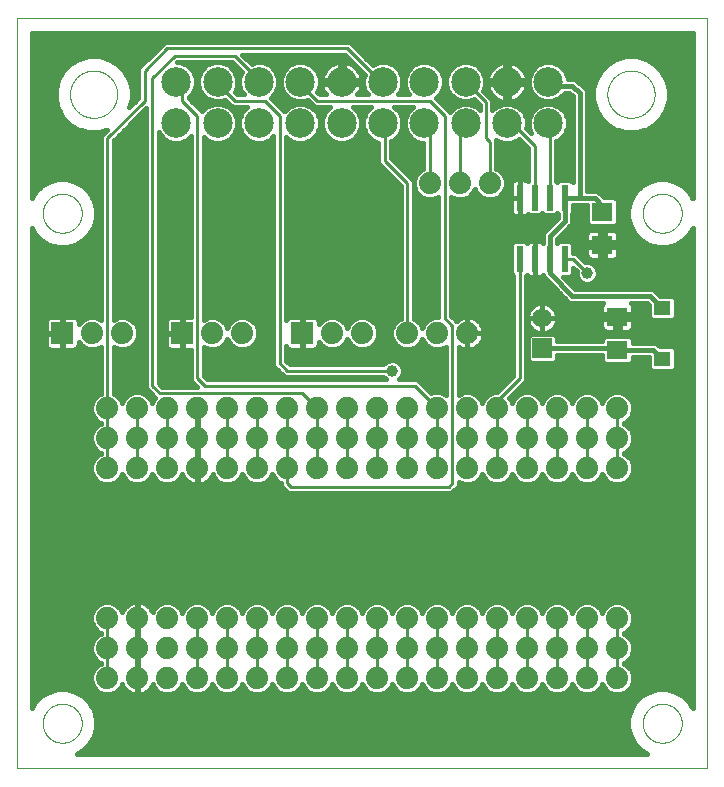
<source format=gtl>
G75*
%MOIN*%
%OFA0B0*%
%FSLAX25Y25*%
%IPPOS*%
%LPD*%
%AMOC8*
5,1,8,0,0,1.08239X$1,22.5*
%
%ADD10C,0.00000*%
%ADD11C,0.09843*%
%ADD12C,0.07400*%
%ADD13R,0.07087X0.06299*%
%ADD14R,0.02362X0.08661*%
%ADD15R,0.07400X0.07400*%
%ADD16R,0.05787X0.05000*%
%ADD17C,0.06500*%
%ADD18R,0.06500X0.06500*%
%ADD19C,0.01600*%
%ADD20C,0.03962*%
%ADD21C,0.01000*%
D10*
X0001800Y0001800D02*
X0001800Y0251800D01*
X0231800Y0251800D01*
X0231721Y0001800D01*
X0001800Y0001800D01*
X0010300Y0016800D02*
X0010302Y0016961D01*
X0010308Y0017121D01*
X0010318Y0017282D01*
X0010332Y0017442D01*
X0010350Y0017602D01*
X0010371Y0017761D01*
X0010397Y0017920D01*
X0010427Y0018078D01*
X0010460Y0018235D01*
X0010498Y0018392D01*
X0010539Y0018547D01*
X0010584Y0018701D01*
X0010633Y0018854D01*
X0010686Y0019006D01*
X0010742Y0019157D01*
X0010803Y0019306D01*
X0010866Y0019454D01*
X0010934Y0019600D01*
X0011005Y0019744D01*
X0011079Y0019886D01*
X0011157Y0020027D01*
X0011239Y0020165D01*
X0011324Y0020302D01*
X0011412Y0020436D01*
X0011504Y0020568D01*
X0011599Y0020698D01*
X0011697Y0020826D01*
X0011798Y0020951D01*
X0011902Y0021073D01*
X0012009Y0021193D01*
X0012119Y0021310D01*
X0012232Y0021425D01*
X0012348Y0021536D01*
X0012467Y0021645D01*
X0012588Y0021750D01*
X0012712Y0021853D01*
X0012838Y0021953D01*
X0012966Y0022049D01*
X0013097Y0022142D01*
X0013231Y0022232D01*
X0013366Y0022319D01*
X0013504Y0022402D01*
X0013643Y0022482D01*
X0013785Y0022558D01*
X0013928Y0022631D01*
X0014073Y0022700D01*
X0014220Y0022766D01*
X0014368Y0022828D01*
X0014518Y0022886D01*
X0014669Y0022941D01*
X0014822Y0022992D01*
X0014976Y0023039D01*
X0015131Y0023082D01*
X0015287Y0023121D01*
X0015443Y0023157D01*
X0015601Y0023188D01*
X0015759Y0023216D01*
X0015918Y0023240D01*
X0016078Y0023260D01*
X0016238Y0023276D01*
X0016398Y0023288D01*
X0016559Y0023296D01*
X0016720Y0023300D01*
X0016880Y0023300D01*
X0017041Y0023296D01*
X0017202Y0023288D01*
X0017362Y0023276D01*
X0017522Y0023260D01*
X0017682Y0023240D01*
X0017841Y0023216D01*
X0017999Y0023188D01*
X0018157Y0023157D01*
X0018313Y0023121D01*
X0018469Y0023082D01*
X0018624Y0023039D01*
X0018778Y0022992D01*
X0018931Y0022941D01*
X0019082Y0022886D01*
X0019232Y0022828D01*
X0019380Y0022766D01*
X0019527Y0022700D01*
X0019672Y0022631D01*
X0019815Y0022558D01*
X0019957Y0022482D01*
X0020096Y0022402D01*
X0020234Y0022319D01*
X0020369Y0022232D01*
X0020503Y0022142D01*
X0020634Y0022049D01*
X0020762Y0021953D01*
X0020888Y0021853D01*
X0021012Y0021750D01*
X0021133Y0021645D01*
X0021252Y0021536D01*
X0021368Y0021425D01*
X0021481Y0021310D01*
X0021591Y0021193D01*
X0021698Y0021073D01*
X0021802Y0020951D01*
X0021903Y0020826D01*
X0022001Y0020698D01*
X0022096Y0020568D01*
X0022188Y0020436D01*
X0022276Y0020302D01*
X0022361Y0020165D01*
X0022443Y0020027D01*
X0022521Y0019886D01*
X0022595Y0019744D01*
X0022666Y0019600D01*
X0022734Y0019454D01*
X0022797Y0019306D01*
X0022858Y0019157D01*
X0022914Y0019006D01*
X0022967Y0018854D01*
X0023016Y0018701D01*
X0023061Y0018547D01*
X0023102Y0018392D01*
X0023140Y0018235D01*
X0023173Y0018078D01*
X0023203Y0017920D01*
X0023229Y0017761D01*
X0023250Y0017602D01*
X0023268Y0017442D01*
X0023282Y0017282D01*
X0023292Y0017121D01*
X0023298Y0016961D01*
X0023300Y0016800D01*
X0023298Y0016639D01*
X0023292Y0016479D01*
X0023282Y0016318D01*
X0023268Y0016158D01*
X0023250Y0015998D01*
X0023229Y0015839D01*
X0023203Y0015680D01*
X0023173Y0015522D01*
X0023140Y0015365D01*
X0023102Y0015208D01*
X0023061Y0015053D01*
X0023016Y0014899D01*
X0022967Y0014746D01*
X0022914Y0014594D01*
X0022858Y0014443D01*
X0022797Y0014294D01*
X0022734Y0014146D01*
X0022666Y0014000D01*
X0022595Y0013856D01*
X0022521Y0013714D01*
X0022443Y0013573D01*
X0022361Y0013435D01*
X0022276Y0013298D01*
X0022188Y0013164D01*
X0022096Y0013032D01*
X0022001Y0012902D01*
X0021903Y0012774D01*
X0021802Y0012649D01*
X0021698Y0012527D01*
X0021591Y0012407D01*
X0021481Y0012290D01*
X0021368Y0012175D01*
X0021252Y0012064D01*
X0021133Y0011955D01*
X0021012Y0011850D01*
X0020888Y0011747D01*
X0020762Y0011647D01*
X0020634Y0011551D01*
X0020503Y0011458D01*
X0020369Y0011368D01*
X0020234Y0011281D01*
X0020096Y0011198D01*
X0019957Y0011118D01*
X0019815Y0011042D01*
X0019672Y0010969D01*
X0019527Y0010900D01*
X0019380Y0010834D01*
X0019232Y0010772D01*
X0019082Y0010714D01*
X0018931Y0010659D01*
X0018778Y0010608D01*
X0018624Y0010561D01*
X0018469Y0010518D01*
X0018313Y0010479D01*
X0018157Y0010443D01*
X0017999Y0010412D01*
X0017841Y0010384D01*
X0017682Y0010360D01*
X0017522Y0010340D01*
X0017362Y0010324D01*
X0017202Y0010312D01*
X0017041Y0010304D01*
X0016880Y0010300D01*
X0016720Y0010300D01*
X0016559Y0010304D01*
X0016398Y0010312D01*
X0016238Y0010324D01*
X0016078Y0010340D01*
X0015918Y0010360D01*
X0015759Y0010384D01*
X0015601Y0010412D01*
X0015443Y0010443D01*
X0015287Y0010479D01*
X0015131Y0010518D01*
X0014976Y0010561D01*
X0014822Y0010608D01*
X0014669Y0010659D01*
X0014518Y0010714D01*
X0014368Y0010772D01*
X0014220Y0010834D01*
X0014073Y0010900D01*
X0013928Y0010969D01*
X0013785Y0011042D01*
X0013643Y0011118D01*
X0013504Y0011198D01*
X0013366Y0011281D01*
X0013231Y0011368D01*
X0013097Y0011458D01*
X0012966Y0011551D01*
X0012838Y0011647D01*
X0012712Y0011747D01*
X0012588Y0011850D01*
X0012467Y0011955D01*
X0012348Y0012064D01*
X0012232Y0012175D01*
X0012119Y0012290D01*
X0012009Y0012407D01*
X0011902Y0012527D01*
X0011798Y0012649D01*
X0011697Y0012774D01*
X0011599Y0012902D01*
X0011504Y0013032D01*
X0011412Y0013164D01*
X0011324Y0013298D01*
X0011239Y0013435D01*
X0011157Y0013573D01*
X0011079Y0013714D01*
X0011005Y0013856D01*
X0010934Y0014000D01*
X0010866Y0014146D01*
X0010803Y0014294D01*
X0010742Y0014443D01*
X0010686Y0014594D01*
X0010633Y0014746D01*
X0010584Y0014899D01*
X0010539Y0015053D01*
X0010498Y0015208D01*
X0010460Y0015365D01*
X0010427Y0015522D01*
X0010397Y0015680D01*
X0010371Y0015839D01*
X0010350Y0015998D01*
X0010332Y0016158D01*
X0010318Y0016318D01*
X0010308Y0016479D01*
X0010302Y0016639D01*
X0010300Y0016800D01*
X0010300Y0186800D02*
X0010302Y0186961D01*
X0010308Y0187121D01*
X0010318Y0187282D01*
X0010332Y0187442D01*
X0010350Y0187602D01*
X0010371Y0187761D01*
X0010397Y0187920D01*
X0010427Y0188078D01*
X0010460Y0188235D01*
X0010498Y0188392D01*
X0010539Y0188547D01*
X0010584Y0188701D01*
X0010633Y0188854D01*
X0010686Y0189006D01*
X0010742Y0189157D01*
X0010803Y0189306D01*
X0010866Y0189454D01*
X0010934Y0189600D01*
X0011005Y0189744D01*
X0011079Y0189886D01*
X0011157Y0190027D01*
X0011239Y0190165D01*
X0011324Y0190302D01*
X0011412Y0190436D01*
X0011504Y0190568D01*
X0011599Y0190698D01*
X0011697Y0190826D01*
X0011798Y0190951D01*
X0011902Y0191073D01*
X0012009Y0191193D01*
X0012119Y0191310D01*
X0012232Y0191425D01*
X0012348Y0191536D01*
X0012467Y0191645D01*
X0012588Y0191750D01*
X0012712Y0191853D01*
X0012838Y0191953D01*
X0012966Y0192049D01*
X0013097Y0192142D01*
X0013231Y0192232D01*
X0013366Y0192319D01*
X0013504Y0192402D01*
X0013643Y0192482D01*
X0013785Y0192558D01*
X0013928Y0192631D01*
X0014073Y0192700D01*
X0014220Y0192766D01*
X0014368Y0192828D01*
X0014518Y0192886D01*
X0014669Y0192941D01*
X0014822Y0192992D01*
X0014976Y0193039D01*
X0015131Y0193082D01*
X0015287Y0193121D01*
X0015443Y0193157D01*
X0015601Y0193188D01*
X0015759Y0193216D01*
X0015918Y0193240D01*
X0016078Y0193260D01*
X0016238Y0193276D01*
X0016398Y0193288D01*
X0016559Y0193296D01*
X0016720Y0193300D01*
X0016880Y0193300D01*
X0017041Y0193296D01*
X0017202Y0193288D01*
X0017362Y0193276D01*
X0017522Y0193260D01*
X0017682Y0193240D01*
X0017841Y0193216D01*
X0017999Y0193188D01*
X0018157Y0193157D01*
X0018313Y0193121D01*
X0018469Y0193082D01*
X0018624Y0193039D01*
X0018778Y0192992D01*
X0018931Y0192941D01*
X0019082Y0192886D01*
X0019232Y0192828D01*
X0019380Y0192766D01*
X0019527Y0192700D01*
X0019672Y0192631D01*
X0019815Y0192558D01*
X0019957Y0192482D01*
X0020096Y0192402D01*
X0020234Y0192319D01*
X0020369Y0192232D01*
X0020503Y0192142D01*
X0020634Y0192049D01*
X0020762Y0191953D01*
X0020888Y0191853D01*
X0021012Y0191750D01*
X0021133Y0191645D01*
X0021252Y0191536D01*
X0021368Y0191425D01*
X0021481Y0191310D01*
X0021591Y0191193D01*
X0021698Y0191073D01*
X0021802Y0190951D01*
X0021903Y0190826D01*
X0022001Y0190698D01*
X0022096Y0190568D01*
X0022188Y0190436D01*
X0022276Y0190302D01*
X0022361Y0190165D01*
X0022443Y0190027D01*
X0022521Y0189886D01*
X0022595Y0189744D01*
X0022666Y0189600D01*
X0022734Y0189454D01*
X0022797Y0189306D01*
X0022858Y0189157D01*
X0022914Y0189006D01*
X0022967Y0188854D01*
X0023016Y0188701D01*
X0023061Y0188547D01*
X0023102Y0188392D01*
X0023140Y0188235D01*
X0023173Y0188078D01*
X0023203Y0187920D01*
X0023229Y0187761D01*
X0023250Y0187602D01*
X0023268Y0187442D01*
X0023282Y0187282D01*
X0023292Y0187121D01*
X0023298Y0186961D01*
X0023300Y0186800D01*
X0023298Y0186639D01*
X0023292Y0186479D01*
X0023282Y0186318D01*
X0023268Y0186158D01*
X0023250Y0185998D01*
X0023229Y0185839D01*
X0023203Y0185680D01*
X0023173Y0185522D01*
X0023140Y0185365D01*
X0023102Y0185208D01*
X0023061Y0185053D01*
X0023016Y0184899D01*
X0022967Y0184746D01*
X0022914Y0184594D01*
X0022858Y0184443D01*
X0022797Y0184294D01*
X0022734Y0184146D01*
X0022666Y0184000D01*
X0022595Y0183856D01*
X0022521Y0183714D01*
X0022443Y0183573D01*
X0022361Y0183435D01*
X0022276Y0183298D01*
X0022188Y0183164D01*
X0022096Y0183032D01*
X0022001Y0182902D01*
X0021903Y0182774D01*
X0021802Y0182649D01*
X0021698Y0182527D01*
X0021591Y0182407D01*
X0021481Y0182290D01*
X0021368Y0182175D01*
X0021252Y0182064D01*
X0021133Y0181955D01*
X0021012Y0181850D01*
X0020888Y0181747D01*
X0020762Y0181647D01*
X0020634Y0181551D01*
X0020503Y0181458D01*
X0020369Y0181368D01*
X0020234Y0181281D01*
X0020096Y0181198D01*
X0019957Y0181118D01*
X0019815Y0181042D01*
X0019672Y0180969D01*
X0019527Y0180900D01*
X0019380Y0180834D01*
X0019232Y0180772D01*
X0019082Y0180714D01*
X0018931Y0180659D01*
X0018778Y0180608D01*
X0018624Y0180561D01*
X0018469Y0180518D01*
X0018313Y0180479D01*
X0018157Y0180443D01*
X0017999Y0180412D01*
X0017841Y0180384D01*
X0017682Y0180360D01*
X0017522Y0180340D01*
X0017362Y0180324D01*
X0017202Y0180312D01*
X0017041Y0180304D01*
X0016880Y0180300D01*
X0016720Y0180300D01*
X0016559Y0180304D01*
X0016398Y0180312D01*
X0016238Y0180324D01*
X0016078Y0180340D01*
X0015918Y0180360D01*
X0015759Y0180384D01*
X0015601Y0180412D01*
X0015443Y0180443D01*
X0015287Y0180479D01*
X0015131Y0180518D01*
X0014976Y0180561D01*
X0014822Y0180608D01*
X0014669Y0180659D01*
X0014518Y0180714D01*
X0014368Y0180772D01*
X0014220Y0180834D01*
X0014073Y0180900D01*
X0013928Y0180969D01*
X0013785Y0181042D01*
X0013643Y0181118D01*
X0013504Y0181198D01*
X0013366Y0181281D01*
X0013231Y0181368D01*
X0013097Y0181458D01*
X0012966Y0181551D01*
X0012838Y0181647D01*
X0012712Y0181747D01*
X0012588Y0181850D01*
X0012467Y0181955D01*
X0012348Y0182064D01*
X0012232Y0182175D01*
X0012119Y0182290D01*
X0012009Y0182407D01*
X0011902Y0182527D01*
X0011798Y0182649D01*
X0011697Y0182774D01*
X0011599Y0182902D01*
X0011504Y0183032D01*
X0011412Y0183164D01*
X0011324Y0183298D01*
X0011239Y0183435D01*
X0011157Y0183573D01*
X0011079Y0183714D01*
X0011005Y0183856D01*
X0010934Y0184000D01*
X0010866Y0184146D01*
X0010803Y0184294D01*
X0010742Y0184443D01*
X0010686Y0184594D01*
X0010633Y0184746D01*
X0010584Y0184899D01*
X0010539Y0185053D01*
X0010498Y0185208D01*
X0010460Y0185365D01*
X0010427Y0185522D01*
X0010397Y0185680D01*
X0010371Y0185839D01*
X0010350Y0185998D01*
X0010332Y0186158D01*
X0010318Y0186318D01*
X0010308Y0186479D01*
X0010302Y0186639D01*
X0010300Y0186800D01*
X0019359Y0226485D02*
X0019361Y0226678D01*
X0019368Y0226871D01*
X0019380Y0227064D01*
X0019397Y0227257D01*
X0019418Y0227449D01*
X0019444Y0227640D01*
X0019475Y0227831D01*
X0019510Y0228021D01*
X0019550Y0228210D01*
X0019595Y0228398D01*
X0019644Y0228585D01*
X0019698Y0228771D01*
X0019756Y0228955D01*
X0019819Y0229138D01*
X0019887Y0229319D01*
X0019958Y0229498D01*
X0020035Y0229676D01*
X0020115Y0229852D01*
X0020200Y0230025D01*
X0020289Y0230197D01*
X0020382Y0230366D01*
X0020479Y0230533D01*
X0020581Y0230698D01*
X0020686Y0230860D01*
X0020795Y0231019D01*
X0020909Y0231176D01*
X0021026Y0231329D01*
X0021146Y0231480D01*
X0021271Y0231628D01*
X0021399Y0231773D01*
X0021530Y0231914D01*
X0021665Y0232053D01*
X0021804Y0232188D01*
X0021945Y0232319D01*
X0022090Y0232447D01*
X0022238Y0232572D01*
X0022389Y0232692D01*
X0022542Y0232809D01*
X0022699Y0232923D01*
X0022858Y0233032D01*
X0023020Y0233137D01*
X0023185Y0233239D01*
X0023352Y0233336D01*
X0023521Y0233429D01*
X0023693Y0233518D01*
X0023866Y0233603D01*
X0024042Y0233683D01*
X0024220Y0233760D01*
X0024399Y0233831D01*
X0024580Y0233899D01*
X0024763Y0233962D01*
X0024947Y0234020D01*
X0025133Y0234074D01*
X0025320Y0234123D01*
X0025508Y0234168D01*
X0025697Y0234208D01*
X0025887Y0234243D01*
X0026078Y0234274D01*
X0026269Y0234300D01*
X0026461Y0234321D01*
X0026654Y0234338D01*
X0026847Y0234350D01*
X0027040Y0234357D01*
X0027233Y0234359D01*
X0027426Y0234357D01*
X0027619Y0234350D01*
X0027812Y0234338D01*
X0028005Y0234321D01*
X0028197Y0234300D01*
X0028388Y0234274D01*
X0028579Y0234243D01*
X0028769Y0234208D01*
X0028958Y0234168D01*
X0029146Y0234123D01*
X0029333Y0234074D01*
X0029519Y0234020D01*
X0029703Y0233962D01*
X0029886Y0233899D01*
X0030067Y0233831D01*
X0030246Y0233760D01*
X0030424Y0233683D01*
X0030600Y0233603D01*
X0030773Y0233518D01*
X0030945Y0233429D01*
X0031114Y0233336D01*
X0031281Y0233239D01*
X0031446Y0233137D01*
X0031608Y0233032D01*
X0031767Y0232923D01*
X0031924Y0232809D01*
X0032077Y0232692D01*
X0032228Y0232572D01*
X0032376Y0232447D01*
X0032521Y0232319D01*
X0032662Y0232188D01*
X0032801Y0232053D01*
X0032936Y0231914D01*
X0033067Y0231773D01*
X0033195Y0231628D01*
X0033320Y0231480D01*
X0033440Y0231329D01*
X0033557Y0231176D01*
X0033671Y0231019D01*
X0033780Y0230860D01*
X0033885Y0230698D01*
X0033987Y0230533D01*
X0034084Y0230366D01*
X0034177Y0230197D01*
X0034266Y0230025D01*
X0034351Y0229852D01*
X0034431Y0229676D01*
X0034508Y0229498D01*
X0034579Y0229319D01*
X0034647Y0229138D01*
X0034710Y0228955D01*
X0034768Y0228771D01*
X0034822Y0228585D01*
X0034871Y0228398D01*
X0034916Y0228210D01*
X0034956Y0228021D01*
X0034991Y0227831D01*
X0035022Y0227640D01*
X0035048Y0227449D01*
X0035069Y0227257D01*
X0035086Y0227064D01*
X0035098Y0226871D01*
X0035105Y0226678D01*
X0035107Y0226485D01*
X0035105Y0226292D01*
X0035098Y0226099D01*
X0035086Y0225906D01*
X0035069Y0225713D01*
X0035048Y0225521D01*
X0035022Y0225330D01*
X0034991Y0225139D01*
X0034956Y0224949D01*
X0034916Y0224760D01*
X0034871Y0224572D01*
X0034822Y0224385D01*
X0034768Y0224199D01*
X0034710Y0224015D01*
X0034647Y0223832D01*
X0034579Y0223651D01*
X0034508Y0223472D01*
X0034431Y0223294D01*
X0034351Y0223118D01*
X0034266Y0222945D01*
X0034177Y0222773D01*
X0034084Y0222604D01*
X0033987Y0222437D01*
X0033885Y0222272D01*
X0033780Y0222110D01*
X0033671Y0221951D01*
X0033557Y0221794D01*
X0033440Y0221641D01*
X0033320Y0221490D01*
X0033195Y0221342D01*
X0033067Y0221197D01*
X0032936Y0221056D01*
X0032801Y0220917D01*
X0032662Y0220782D01*
X0032521Y0220651D01*
X0032376Y0220523D01*
X0032228Y0220398D01*
X0032077Y0220278D01*
X0031924Y0220161D01*
X0031767Y0220047D01*
X0031608Y0219938D01*
X0031446Y0219833D01*
X0031281Y0219731D01*
X0031114Y0219634D01*
X0030945Y0219541D01*
X0030773Y0219452D01*
X0030600Y0219367D01*
X0030424Y0219287D01*
X0030246Y0219210D01*
X0030067Y0219139D01*
X0029886Y0219071D01*
X0029703Y0219008D01*
X0029519Y0218950D01*
X0029333Y0218896D01*
X0029146Y0218847D01*
X0028958Y0218802D01*
X0028769Y0218762D01*
X0028579Y0218727D01*
X0028388Y0218696D01*
X0028197Y0218670D01*
X0028005Y0218649D01*
X0027812Y0218632D01*
X0027619Y0218620D01*
X0027426Y0218613D01*
X0027233Y0218611D01*
X0027040Y0218613D01*
X0026847Y0218620D01*
X0026654Y0218632D01*
X0026461Y0218649D01*
X0026269Y0218670D01*
X0026078Y0218696D01*
X0025887Y0218727D01*
X0025697Y0218762D01*
X0025508Y0218802D01*
X0025320Y0218847D01*
X0025133Y0218896D01*
X0024947Y0218950D01*
X0024763Y0219008D01*
X0024580Y0219071D01*
X0024399Y0219139D01*
X0024220Y0219210D01*
X0024042Y0219287D01*
X0023866Y0219367D01*
X0023693Y0219452D01*
X0023521Y0219541D01*
X0023352Y0219634D01*
X0023185Y0219731D01*
X0023020Y0219833D01*
X0022858Y0219938D01*
X0022699Y0220047D01*
X0022542Y0220161D01*
X0022389Y0220278D01*
X0022238Y0220398D01*
X0022090Y0220523D01*
X0021945Y0220651D01*
X0021804Y0220782D01*
X0021665Y0220917D01*
X0021530Y0221056D01*
X0021399Y0221197D01*
X0021271Y0221342D01*
X0021146Y0221490D01*
X0021026Y0221641D01*
X0020909Y0221794D01*
X0020795Y0221951D01*
X0020686Y0222110D01*
X0020581Y0222272D01*
X0020479Y0222437D01*
X0020382Y0222604D01*
X0020289Y0222773D01*
X0020200Y0222945D01*
X0020115Y0223118D01*
X0020035Y0223294D01*
X0019958Y0223472D01*
X0019887Y0223651D01*
X0019819Y0223832D01*
X0019756Y0224015D01*
X0019698Y0224199D01*
X0019644Y0224385D01*
X0019595Y0224572D01*
X0019550Y0224760D01*
X0019510Y0224949D01*
X0019475Y0225139D01*
X0019444Y0225330D01*
X0019418Y0225521D01*
X0019397Y0225713D01*
X0019380Y0225906D01*
X0019368Y0226099D01*
X0019361Y0226292D01*
X0019359Y0226485D01*
X0198493Y0226485D02*
X0198495Y0226678D01*
X0198502Y0226871D01*
X0198514Y0227064D01*
X0198531Y0227257D01*
X0198552Y0227449D01*
X0198578Y0227640D01*
X0198609Y0227831D01*
X0198644Y0228021D01*
X0198684Y0228210D01*
X0198729Y0228398D01*
X0198778Y0228585D01*
X0198832Y0228771D01*
X0198890Y0228955D01*
X0198953Y0229138D01*
X0199021Y0229319D01*
X0199092Y0229498D01*
X0199169Y0229676D01*
X0199249Y0229852D01*
X0199334Y0230025D01*
X0199423Y0230197D01*
X0199516Y0230366D01*
X0199613Y0230533D01*
X0199715Y0230698D01*
X0199820Y0230860D01*
X0199929Y0231019D01*
X0200043Y0231176D01*
X0200160Y0231329D01*
X0200280Y0231480D01*
X0200405Y0231628D01*
X0200533Y0231773D01*
X0200664Y0231914D01*
X0200799Y0232053D01*
X0200938Y0232188D01*
X0201079Y0232319D01*
X0201224Y0232447D01*
X0201372Y0232572D01*
X0201523Y0232692D01*
X0201676Y0232809D01*
X0201833Y0232923D01*
X0201992Y0233032D01*
X0202154Y0233137D01*
X0202319Y0233239D01*
X0202486Y0233336D01*
X0202655Y0233429D01*
X0202827Y0233518D01*
X0203000Y0233603D01*
X0203176Y0233683D01*
X0203354Y0233760D01*
X0203533Y0233831D01*
X0203714Y0233899D01*
X0203897Y0233962D01*
X0204081Y0234020D01*
X0204267Y0234074D01*
X0204454Y0234123D01*
X0204642Y0234168D01*
X0204831Y0234208D01*
X0205021Y0234243D01*
X0205212Y0234274D01*
X0205403Y0234300D01*
X0205595Y0234321D01*
X0205788Y0234338D01*
X0205981Y0234350D01*
X0206174Y0234357D01*
X0206367Y0234359D01*
X0206560Y0234357D01*
X0206753Y0234350D01*
X0206946Y0234338D01*
X0207139Y0234321D01*
X0207331Y0234300D01*
X0207522Y0234274D01*
X0207713Y0234243D01*
X0207903Y0234208D01*
X0208092Y0234168D01*
X0208280Y0234123D01*
X0208467Y0234074D01*
X0208653Y0234020D01*
X0208837Y0233962D01*
X0209020Y0233899D01*
X0209201Y0233831D01*
X0209380Y0233760D01*
X0209558Y0233683D01*
X0209734Y0233603D01*
X0209907Y0233518D01*
X0210079Y0233429D01*
X0210248Y0233336D01*
X0210415Y0233239D01*
X0210580Y0233137D01*
X0210742Y0233032D01*
X0210901Y0232923D01*
X0211058Y0232809D01*
X0211211Y0232692D01*
X0211362Y0232572D01*
X0211510Y0232447D01*
X0211655Y0232319D01*
X0211796Y0232188D01*
X0211935Y0232053D01*
X0212070Y0231914D01*
X0212201Y0231773D01*
X0212329Y0231628D01*
X0212454Y0231480D01*
X0212574Y0231329D01*
X0212691Y0231176D01*
X0212805Y0231019D01*
X0212914Y0230860D01*
X0213019Y0230698D01*
X0213121Y0230533D01*
X0213218Y0230366D01*
X0213311Y0230197D01*
X0213400Y0230025D01*
X0213485Y0229852D01*
X0213565Y0229676D01*
X0213642Y0229498D01*
X0213713Y0229319D01*
X0213781Y0229138D01*
X0213844Y0228955D01*
X0213902Y0228771D01*
X0213956Y0228585D01*
X0214005Y0228398D01*
X0214050Y0228210D01*
X0214090Y0228021D01*
X0214125Y0227831D01*
X0214156Y0227640D01*
X0214182Y0227449D01*
X0214203Y0227257D01*
X0214220Y0227064D01*
X0214232Y0226871D01*
X0214239Y0226678D01*
X0214241Y0226485D01*
X0214239Y0226292D01*
X0214232Y0226099D01*
X0214220Y0225906D01*
X0214203Y0225713D01*
X0214182Y0225521D01*
X0214156Y0225330D01*
X0214125Y0225139D01*
X0214090Y0224949D01*
X0214050Y0224760D01*
X0214005Y0224572D01*
X0213956Y0224385D01*
X0213902Y0224199D01*
X0213844Y0224015D01*
X0213781Y0223832D01*
X0213713Y0223651D01*
X0213642Y0223472D01*
X0213565Y0223294D01*
X0213485Y0223118D01*
X0213400Y0222945D01*
X0213311Y0222773D01*
X0213218Y0222604D01*
X0213121Y0222437D01*
X0213019Y0222272D01*
X0212914Y0222110D01*
X0212805Y0221951D01*
X0212691Y0221794D01*
X0212574Y0221641D01*
X0212454Y0221490D01*
X0212329Y0221342D01*
X0212201Y0221197D01*
X0212070Y0221056D01*
X0211935Y0220917D01*
X0211796Y0220782D01*
X0211655Y0220651D01*
X0211510Y0220523D01*
X0211362Y0220398D01*
X0211211Y0220278D01*
X0211058Y0220161D01*
X0210901Y0220047D01*
X0210742Y0219938D01*
X0210580Y0219833D01*
X0210415Y0219731D01*
X0210248Y0219634D01*
X0210079Y0219541D01*
X0209907Y0219452D01*
X0209734Y0219367D01*
X0209558Y0219287D01*
X0209380Y0219210D01*
X0209201Y0219139D01*
X0209020Y0219071D01*
X0208837Y0219008D01*
X0208653Y0218950D01*
X0208467Y0218896D01*
X0208280Y0218847D01*
X0208092Y0218802D01*
X0207903Y0218762D01*
X0207713Y0218727D01*
X0207522Y0218696D01*
X0207331Y0218670D01*
X0207139Y0218649D01*
X0206946Y0218632D01*
X0206753Y0218620D01*
X0206560Y0218613D01*
X0206367Y0218611D01*
X0206174Y0218613D01*
X0205981Y0218620D01*
X0205788Y0218632D01*
X0205595Y0218649D01*
X0205403Y0218670D01*
X0205212Y0218696D01*
X0205021Y0218727D01*
X0204831Y0218762D01*
X0204642Y0218802D01*
X0204454Y0218847D01*
X0204267Y0218896D01*
X0204081Y0218950D01*
X0203897Y0219008D01*
X0203714Y0219071D01*
X0203533Y0219139D01*
X0203354Y0219210D01*
X0203176Y0219287D01*
X0203000Y0219367D01*
X0202827Y0219452D01*
X0202655Y0219541D01*
X0202486Y0219634D01*
X0202319Y0219731D01*
X0202154Y0219833D01*
X0201992Y0219938D01*
X0201833Y0220047D01*
X0201676Y0220161D01*
X0201523Y0220278D01*
X0201372Y0220398D01*
X0201224Y0220523D01*
X0201079Y0220651D01*
X0200938Y0220782D01*
X0200799Y0220917D01*
X0200664Y0221056D01*
X0200533Y0221197D01*
X0200405Y0221342D01*
X0200280Y0221490D01*
X0200160Y0221641D01*
X0200043Y0221794D01*
X0199929Y0221951D01*
X0199820Y0222110D01*
X0199715Y0222272D01*
X0199613Y0222437D01*
X0199516Y0222604D01*
X0199423Y0222773D01*
X0199334Y0222945D01*
X0199249Y0223118D01*
X0199169Y0223294D01*
X0199092Y0223472D01*
X0199021Y0223651D01*
X0198953Y0223832D01*
X0198890Y0224015D01*
X0198832Y0224199D01*
X0198778Y0224385D01*
X0198729Y0224572D01*
X0198684Y0224760D01*
X0198644Y0224949D01*
X0198609Y0225139D01*
X0198578Y0225330D01*
X0198552Y0225521D01*
X0198531Y0225713D01*
X0198514Y0225906D01*
X0198502Y0226099D01*
X0198495Y0226292D01*
X0198493Y0226485D01*
X0210300Y0186800D02*
X0210302Y0186961D01*
X0210308Y0187121D01*
X0210318Y0187282D01*
X0210332Y0187442D01*
X0210350Y0187602D01*
X0210371Y0187761D01*
X0210397Y0187920D01*
X0210427Y0188078D01*
X0210460Y0188235D01*
X0210498Y0188392D01*
X0210539Y0188547D01*
X0210584Y0188701D01*
X0210633Y0188854D01*
X0210686Y0189006D01*
X0210742Y0189157D01*
X0210803Y0189306D01*
X0210866Y0189454D01*
X0210934Y0189600D01*
X0211005Y0189744D01*
X0211079Y0189886D01*
X0211157Y0190027D01*
X0211239Y0190165D01*
X0211324Y0190302D01*
X0211412Y0190436D01*
X0211504Y0190568D01*
X0211599Y0190698D01*
X0211697Y0190826D01*
X0211798Y0190951D01*
X0211902Y0191073D01*
X0212009Y0191193D01*
X0212119Y0191310D01*
X0212232Y0191425D01*
X0212348Y0191536D01*
X0212467Y0191645D01*
X0212588Y0191750D01*
X0212712Y0191853D01*
X0212838Y0191953D01*
X0212966Y0192049D01*
X0213097Y0192142D01*
X0213231Y0192232D01*
X0213366Y0192319D01*
X0213504Y0192402D01*
X0213643Y0192482D01*
X0213785Y0192558D01*
X0213928Y0192631D01*
X0214073Y0192700D01*
X0214220Y0192766D01*
X0214368Y0192828D01*
X0214518Y0192886D01*
X0214669Y0192941D01*
X0214822Y0192992D01*
X0214976Y0193039D01*
X0215131Y0193082D01*
X0215287Y0193121D01*
X0215443Y0193157D01*
X0215601Y0193188D01*
X0215759Y0193216D01*
X0215918Y0193240D01*
X0216078Y0193260D01*
X0216238Y0193276D01*
X0216398Y0193288D01*
X0216559Y0193296D01*
X0216720Y0193300D01*
X0216880Y0193300D01*
X0217041Y0193296D01*
X0217202Y0193288D01*
X0217362Y0193276D01*
X0217522Y0193260D01*
X0217682Y0193240D01*
X0217841Y0193216D01*
X0217999Y0193188D01*
X0218157Y0193157D01*
X0218313Y0193121D01*
X0218469Y0193082D01*
X0218624Y0193039D01*
X0218778Y0192992D01*
X0218931Y0192941D01*
X0219082Y0192886D01*
X0219232Y0192828D01*
X0219380Y0192766D01*
X0219527Y0192700D01*
X0219672Y0192631D01*
X0219815Y0192558D01*
X0219957Y0192482D01*
X0220096Y0192402D01*
X0220234Y0192319D01*
X0220369Y0192232D01*
X0220503Y0192142D01*
X0220634Y0192049D01*
X0220762Y0191953D01*
X0220888Y0191853D01*
X0221012Y0191750D01*
X0221133Y0191645D01*
X0221252Y0191536D01*
X0221368Y0191425D01*
X0221481Y0191310D01*
X0221591Y0191193D01*
X0221698Y0191073D01*
X0221802Y0190951D01*
X0221903Y0190826D01*
X0222001Y0190698D01*
X0222096Y0190568D01*
X0222188Y0190436D01*
X0222276Y0190302D01*
X0222361Y0190165D01*
X0222443Y0190027D01*
X0222521Y0189886D01*
X0222595Y0189744D01*
X0222666Y0189600D01*
X0222734Y0189454D01*
X0222797Y0189306D01*
X0222858Y0189157D01*
X0222914Y0189006D01*
X0222967Y0188854D01*
X0223016Y0188701D01*
X0223061Y0188547D01*
X0223102Y0188392D01*
X0223140Y0188235D01*
X0223173Y0188078D01*
X0223203Y0187920D01*
X0223229Y0187761D01*
X0223250Y0187602D01*
X0223268Y0187442D01*
X0223282Y0187282D01*
X0223292Y0187121D01*
X0223298Y0186961D01*
X0223300Y0186800D01*
X0223298Y0186639D01*
X0223292Y0186479D01*
X0223282Y0186318D01*
X0223268Y0186158D01*
X0223250Y0185998D01*
X0223229Y0185839D01*
X0223203Y0185680D01*
X0223173Y0185522D01*
X0223140Y0185365D01*
X0223102Y0185208D01*
X0223061Y0185053D01*
X0223016Y0184899D01*
X0222967Y0184746D01*
X0222914Y0184594D01*
X0222858Y0184443D01*
X0222797Y0184294D01*
X0222734Y0184146D01*
X0222666Y0184000D01*
X0222595Y0183856D01*
X0222521Y0183714D01*
X0222443Y0183573D01*
X0222361Y0183435D01*
X0222276Y0183298D01*
X0222188Y0183164D01*
X0222096Y0183032D01*
X0222001Y0182902D01*
X0221903Y0182774D01*
X0221802Y0182649D01*
X0221698Y0182527D01*
X0221591Y0182407D01*
X0221481Y0182290D01*
X0221368Y0182175D01*
X0221252Y0182064D01*
X0221133Y0181955D01*
X0221012Y0181850D01*
X0220888Y0181747D01*
X0220762Y0181647D01*
X0220634Y0181551D01*
X0220503Y0181458D01*
X0220369Y0181368D01*
X0220234Y0181281D01*
X0220096Y0181198D01*
X0219957Y0181118D01*
X0219815Y0181042D01*
X0219672Y0180969D01*
X0219527Y0180900D01*
X0219380Y0180834D01*
X0219232Y0180772D01*
X0219082Y0180714D01*
X0218931Y0180659D01*
X0218778Y0180608D01*
X0218624Y0180561D01*
X0218469Y0180518D01*
X0218313Y0180479D01*
X0218157Y0180443D01*
X0217999Y0180412D01*
X0217841Y0180384D01*
X0217682Y0180360D01*
X0217522Y0180340D01*
X0217362Y0180324D01*
X0217202Y0180312D01*
X0217041Y0180304D01*
X0216880Y0180300D01*
X0216720Y0180300D01*
X0216559Y0180304D01*
X0216398Y0180312D01*
X0216238Y0180324D01*
X0216078Y0180340D01*
X0215918Y0180360D01*
X0215759Y0180384D01*
X0215601Y0180412D01*
X0215443Y0180443D01*
X0215287Y0180479D01*
X0215131Y0180518D01*
X0214976Y0180561D01*
X0214822Y0180608D01*
X0214669Y0180659D01*
X0214518Y0180714D01*
X0214368Y0180772D01*
X0214220Y0180834D01*
X0214073Y0180900D01*
X0213928Y0180969D01*
X0213785Y0181042D01*
X0213643Y0181118D01*
X0213504Y0181198D01*
X0213366Y0181281D01*
X0213231Y0181368D01*
X0213097Y0181458D01*
X0212966Y0181551D01*
X0212838Y0181647D01*
X0212712Y0181747D01*
X0212588Y0181850D01*
X0212467Y0181955D01*
X0212348Y0182064D01*
X0212232Y0182175D01*
X0212119Y0182290D01*
X0212009Y0182407D01*
X0211902Y0182527D01*
X0211798Y0182649D01*
X0211697Y0182774D01*
X0211599Y0182902D01*
X0211504Y0183032D01*
X0211412Y0183164D01*
X0211324Y0183298D01*
X0211239Y0183435D01*
X0211157Y0183573D01*
X0211079Y0183714D01*
X0211005Y0183856D01*
X0210934Y0184000D01*
X0210866Y0184146D01*
X0210803Y0184294D01*
X0210742Y0184443D01*
X0210686Y0184594D01*
X0210633Y0184746D01*
X0210584Y0184899D01*
X0210539Y0185053D01*
X0210498Y0185208D01*
X0210460Y0185365D01*
X0210427Y0185522D01*
X0210397Y0185680D01*
X0210371Y0185839D01*
X0210350Y0185998D01*
X0210332Y0186158D01*
X0210318Y0186318D01*
X0210308Y0186479D01*
X0210302Y0186639D01*
X0210300Y0186800D01*
X0210300Y0016800D02*
X0210302Y0016961D01*
X0210308Y0017121D01*
X0210318Y0017282D01*
X0210332Y0017442D01*
X0210350Y0017602D01*
X0210371Y0017761D01*
X0210397Y0017920D01*
X0210427Y0018078D01*
X0210460Y0018235D01*
X0210498Y0018392D01*
X0210539Y0018547D01*
X0210584Y0018701D01*
X0210633Y0018854D01*
X0210686Y0019006D01*
X0210742Y0019157D01*
X0210803Y0019306D01*
X0210866Y0019454D01*
X0210934Y0019600D01*
X0211005Y0019744D01*
X0211079Y0019886D01*
X0211157Y0020027D01*
X0211239Y0020165D01*
X0211324Y0020302D01*
X0211412Y0020436D01*
X0211504Y0020568D01*
X0211599Y0020698D01*
X0211697Y0020826D01*
X0211798Y0020951D01*
X0211902Y0021073D01*
X0212009Y0021193D01*
X0212119Y0021310D01*
X0212232Y0021425D01*
X0212348Y0021536D01*
X0212467Y0021645D01*
X0212588Y0021750D01*
X0212712Y0021853D01*
X0212838Y0021953D01*
X0212966Y0022049D01*
X0213097Y0022142D01*
X0213231Y0022232D01*
X0213366Y0022319D01*
X0213504Y0022402D01*
X0213643Y0022482D01*
X0213785Y0022558D01*
X0213928Y0022631D01*
X0214073Y0022700D01*
X0214220Y0022766D01*
X0214368Y0022828D01*
X0214518Y0022886D01*
X0214669Y0022941D01*
X0214822Y0022992D01*
X0214976Y0023039D01*
X0215131Y0023082D01*
X0215287Y0023121D01*
X0215443Y0023157D01*
X0215601Y0023188D01*
X0215759Y0023216D01*
X0215918Y0023240D01*
X0216078Y0023260D01*
X0216238Y0023276D01*
X0216398Y0023288D01*
X0216559Y0023296D01*
X0216720Y0023300D01*
X0216880Y0023300D01*
X0217041Y0023296D01*
X0217202Y0023288D01*
X0217362Y0023276D01*
X0217522Y0023260D01*
X0217682Y0023240D01*
X0217841Y0023216D01*
X0217999Y0023188D01*
X0218157Y0023157D01*
X0218313Y0023121D01*
X0218469Y0023082D01*
X0218624Y0023039D01*
X0218778Y0022992D01*
X0218931Y0022941D01*
X0219082Y0022886D01*
X0219232Y0022828D01*
X0219380Y0022766D01*
X0219527Y0022700D01*
X0219672Y0022631D01*
X0219815Y0022558D01*
X0219957Y0022482D01*
X0220096Y0022402D01*
X0220234Y0022319D01*
X0220369Y0022232D01*
X0220503Y0022142D01*
X0220634Y0022049D01*
X0220762Y0021953D01*
X0220888Y0021853D01*
X0221012Y0021750D01*
X0221133Y0021645D01*
X0221252Y0021536D01*
X0221368Y0021425D01*
X0221481Y0021310D01*
X0221591Y0021193D01*
X0221698Y0021073D01*
X0221802Y0020951D01*
X0221903Y0020826D01*
X0222001Y0020698D01*
X0222096Y0020568D01*
X0222188Y0020436D01*
X0222276Y0020302D01*
X0222361Y0020165D01*
X0222443Y0020027D01*
X0222521Y0019886D01*
X0222595Y0019744D01*
X0222666Y0019600D01*
X0222734Y0019454D01*
X0222797Y0019306D01*
X0222858Y0019157D01*
X0222914Y0019006D01*
X0222967Y0018854D01*
X0223016Y0018701D01*
X0223061Y0018547D01*
X0223102Y0018392D01*
X0223140Y0018235D01*
X0223173Y0018078D01*
X0223203Y0017920D01*
X0223229Y0017761D01*
X0223250Y0017602D01*
X0223268Y0017442D01*
X0223282Y0017282D01*
X0223292Y0017121D01*
X0223298Y0016961D01*
X0223300Y0016800D01*
X0223298Y0016639D01*
X0223292Y0016479D01*
X0223282Y0016318D01*
X0223268Y0016158D01*
X0223250Y0015998D01*
X0223229Y0015839D01*
X0223203Y0015680D01*
X0223173Y0015522D01*
X0223140Y0015365D01*
X0223102Y0015208D01*
X0223061Y0015053D01*
X0223016Y0014899D01*
X0222967Y0014746D01*
X0222914Y0014594D01*
X0222858Y0014443D01*
X0222797Y0014294D01*
X0222734Y0014146D01*
X0222666Y0014000D01*
X0222595Y0013856D01*
X0222521Y0013714D01*
X0222443Y0013573D01*
X0222361Y0013435D01*
X0222276Y0013298D01*
X0222188Y0013164D01*
X0222096Y0013032D01*
X0222001Y0012902D01*
X0221903Y0012774D01*
X0221802Y0012649D01*
X0221698Y0012527D01*
X0221591Y0012407D01*
X0221481Y0012290D01*
X0221368Y0012175D01*
X0221252Y0012064D01*
X0221133Y0011955D01*
X0221012Y0011850D01*
X0220888Y0011747D01*
X0220762Y0011647D01*
X0220634Y0011551D01*
X0220503Y0011458D01*
X0220369Y0011368D01*
X0220234Y0011281D01*
X0220096Y0011198D01*
X0219957Y0011118D01*
X0219815Y0011042D01*
X0219672Y0010969D01*
X0219527Y0010900D01*
X0219380Y0010834D01*
X0219232Y0010772D01*
X0219082Y0010714D01*
X0218931Y0010659D01*
X0218778Y0010608D01*
X0218624Y0010561D01*
X0218469Y0010518D01*
X0218313Y0010479D01*
X0218157Y0010443D01*
X0217999Y0010412D01*
X0217841Y0010384D01*
X0217682Y0010360D01*
X0217522Y0010340D01*
X0217362Y0010324D01*
X0217202Y0010312D01*
X0217041Y0010304D01*
X0216880Y0010300D01*
X0216720Y0010300D01*
X0216559Y0010304D01*
X0216398Y0010312D01*
X0216238Y0010324D01*
X0216078Y0010340D01*
X0215918Y0010360D01*
X0215759Y0010384D01*
X0215601Y0010412D01*
X0215443Y0010443D01*
X0215287Y0010479D01*
X0215131Y0010518D01*
X0214976Y0010561D01*
X0214822Y0010608D01*
X0214669Y0010659D01*
X0214518Y0010714D01*
X0214368Y0010772D01*
X0214220Y0010834D01*
X0214073Y0010900D01*
X0213928Y0010969D01*
X0213785Y0011042D01*
X0213643Y0011118D01*
X0213504Y0011198D01*
X0213366Y0011281D01*
X0213231Y0011368D01*
X0213097Y0011458D01*
X0212966Y0011551D01*
X0212838Y0011647D01*
X0212712Y0011747D01*
X0212588Y0011850D01*
X0212467Y0011955D01*
X0212348Y0012064D01*
X0212232Y0012175D01*
X0212119Y0012290D01*
X0212009Y0012407D01*
X0211902Y0012527D01*
X0211798Y0012649D01*
X0211697Y0012774D01*
X0211599Y0012902D01*
X0211504Y0013032D01*
X0211412Y0013164D01*
X0211324Y0013298D01*
X0211239Y0013435D01*
X0211157Y0013573D01*
X0211079Y0013714D01*
X0211005Y0013856D01*
X0210934Y0014000D01*
X0210866Y0014146D01*
X0210803Y0014294D01*
X0210742Y0014443D01*
X0210686Y0014594D01*
X0210633Y0014746D01*
X0210584Y0014899D01*
X0210539Y0015053D01*
X0210498Y0015208D01*
X0210460Y0015365D01*
X0210427Y0015522D01*
X0210397Y0015680D01*
X0210371Y0015839D01*
X0210350Y0015998D01*
X0210332Y0016158D01*
X0210318Y0016318D01*
X0210308Y0016479D01*
X0210302Y0016639D01*
X0210300Y0016800D01*
D11*
X0178808Y0216800D03*
X0178808Y0230580D03*
X0165028Y0230580D03*
X0165028Y0216800D03*
X0151249Y0216800D03*
X0151249Y0230580D03*
X0137469Y0230580D03*
X0137469Y0216800D03*
X0123690Y0216800D03*
X0123690Y0230580D03*
X0109910Y0230580D03*
X0109910Y0216800D03*
X0096131Y0216800D03*
X0096131Y0230580D03*
X0082351Y0230580D03*
X0082351Y0216800D03*
X0068572Y0216800D03*
X0068572Y0230580D03*
X0054792Y0230580D03*
X0054792Y0216800D03*
D12*
X0066800Y0146800D03*
X0076800Y0146800D03*
X0071800Y0121800D03*
X0071800Y0111800D03*
X0071800Y0101800D03*
X0061800Y0101800D03*
X0061800Y0111800D03*
X0061800Y0121800D03*
X0051800Y0121800D03*
X0051800Y0111800D03*
X0051800Y0101800D03*
X0041800Y0101800D03*
X0041800Y0111800D03*
X0041800Y0121800D03*
X0031800Y0121800D03*
X0031800Y0111800D03*
X0031800Y0101800D03*
X0026800Y0146800D03*
X0036800Y0146800D03*
X0081800Y0121800D03*
X0081800Y0111800D03*
X0081800Y0101800D03*
X0091800Y0101800D03*
X0091800Y0111800D03*
X0091800Y0121800D03*
X0101800Y0121800D03*
X0101800Y0111800D03*
X0101800Y0101800D03*
X0111800Y0101800D03*
X0111800Y0111800D03*
X0111800Y0121800D03*
X0121800Y0121800D03*
X0121800Y0111800D03*
X0121800Y0101800D03*
X0131800Y0101800D03*
X0131800Y0111800D03*
X0131800Y0121800D03*
X0141800Y0121800D03*
X0141800Y0111800D03*
X0141800Y0101800D03*
X0151800Y0101800D03*
X0151800Y0111800D03*
X0151800Y0121800D03*
X0161800Y0121800D03*
X0161800Y0111800D03*
X0161800Y0101800D03*
X0171800Y0101800D03*
X0171800Y0111800D03*
X0171800Y0121800D03*
X0181800Y0121800D03*
X0181800Y0111800D03*
X0181800Y0101800D03*
X0191800Y0101800D03*
X0191800Y0111800D03*
X0191800Y0121800D03*
X0201800Y0121800D03*
X0201800Y0111800D03*
X0201800Y0101800D03*
X0201800Y0051800D03*
X0201800Y0041800D03*
X0201800Y0031800D03*
X0191800Y0031800D03*
X0191800Y0041800D03*
X0191800Y0051800D03*
X0181800Y0051800D03*
X0181800Y0041800D03*
X0181800Y0031800D03*
X0171800Y0031800D03*
X0171800Y0041800D03*
X0171800Y0051800D03*
X0161800Y0051800D03*
X0161800Y0041800D03*
X0161800Y0031800D03*
X0151800Y0031800D03*
X0151800Y0041800D03*
X0151800Y0051800D03*
X0141800Y0051800D03*
X0141800Y0041800D03*
X0141800Y0031800D03*
X0131800Y0031800D03*
X0131800Y0041800D03*
X0131800Y0051800D03*
X0121800Y0051800D03*
X0121800Y0041800D03*
X0121800Y0031800D03*
X0111800Y0031800D03*
X0111800Y0041800D03*
X0111800Y0051800D03*
X0101800Y0051800D03*
X0101800Y0041800D03*
X0101800Y0031800D03*
X0091800Y0031800D03*
X0091800Y0041800D03*
X0091800Y0051800D03*
X0081800Y0051800D03*
X0081800Y0041800D03*
X0081800Y0031800D03*
X0071800Y0031800D03*
X0071800Y0041800D03*
X0071800Y0051800D03*
X0061800Y0051800D03*
X0061800Y0041800D03*
X0061800Y0031800D03*
X0051800Y0031800D03*
X0051800Y0041800D03*
X0051800Y0051800D03*
X0041800Y0051800D03*
X0041800Y0041800D03*
X0041800Y0031800D03*
X0031800Y0031800D03*
X0031800Y0041800D03*
X0031800Y0051800D03*
X0106800Y0146800D03*
X0116800Y0146800D03*
X0131800Y0146800D03*
X0141800Y0146800D03*
X0151800Y0146800D03*
X0149300Y0196800D03*
X0139300Y0196800D03*
X0159300Y0196800D03*
D13*
X0196800Y0187312D03*
X0196800Y0176288D03*
X0201800Y0152312D03*
X0201800Y0141288D03*
D14*
X0184300Y0171564D03*
X0179300Y0171564D03*
X0174300Y0171564D03*
X0169300Y0171564D03*
X0169300Y0192036D03*
X0174300Y0192036D03*
X0179300Y0192036D03*
X0184300Y0192036D03*
D15*
X0096800Y0146800D03*
X0056800Y0146800D03*
X0016800Y0146800D03*
D16*
X0216800Y0138335D03*
X0216800Y0155265D03*
D17*
X0176800Y0151800D03*
D18*
X0176800Y0141800D03*
D19*
X0201288Y0141800D01*
X0201800Y0141288D01*
X0213847Y0141288D01*
X0216800Y0138335D01*
X0216094Y0142435D02*
X0215882Y0142648D01*
X0215207Y0143323D01*
X0214325Y0143688D01*
X0206943Y0143688D01*
X0206943Y0145101D01*
X0206006Y0146038D01*
X0197594Y0146038D01*
X0196657Y0145101D01*
X0196657Y0144200D01*
X0181650Y0144200D01*
X0181650Y0145713D01*
X0180713Y0146650D01*
X0172887Y0146650D01*
X0171950Y0145713D01*
X0171950Y0137887D01*
X0172887Y0136950D01*
X0180713Y0136950D01*
X0181650Y0137887D01*
X0181650Y0139400D01*
X0196657Y0139400D01*
X0196657Y0137476D01*
X0197594Y0136539D01*
X0206006Y0136539D01*
X0206943Y0137476D01*
X0206943Y0138888D01*
X0212306Y0138888D01*
X0212306Y0135173D01*
X0213244Y0134235D01*
X0220356Y0134235D01*
X0221294Y0135173D01*
X0221294Y0141498D01*
X0220356Y0142435D01*
X0216094Y0142435D01*
X0216061Y0142469D02*
X0226966Y0142469D01*
X0226966Y0144068D02*
X0206943Y0144068D01*
X0206378Y0145666D02*
X0226967Y0145666D01*
X0226967Y0147265D02*
X0179022Y0147265D01*
X0178739Y0147120D02*
X0179447Y0147481D01*
X0180090Y0147948D01*
X0180652Y0148510D01*
X0181119Y0149153D01*
X0181480Y0149861D01*
X0181726Y0150617D01*
X0181850Y0151403D01*
X0181850Y0151800D01*
X0181850Y0152197D01*
X0181726Y0152983D01*
X0181480Y0153739D01*
X0181119Y0154447D01*
X0180652Y0155090D01*
X0180090Y0155652D01*
X0179447Y0156119D01*
X0178739Y0156480D01*
X0177983Y0156726D01*
X0177197Y0156850D01*
X0176800Y0156850D01*
X0176800Y0151800D01*
X0176800Y0151800D01*
X0181850Y0151800D01*
X0176800Y0151800D01*
X0176800Y0151800D01*
X0176800Y0151800D01*
X0171750Y0151800D01*
X0171750Y0152197D01*
X0171874Y0152983D01*
X0172120Y0153739D01*
X0172481Y0154447D01*
X0172948Y0155090D01*
X0173510Y0155652D01*
X0174153Y0156119D01*
X0174861Y0156480D01*
X0175617Y0156726D01*
X0176403Y0156850D01*
X0176800Y0156850D01*
X0176800Y0151800D01*
X0176800Y0146750D01*
X0177197Y0146750D01*
X0177983Y0146874D01*
X0178739Y0147120D01*
X0176800Y0147265D02*
X0176800Y0147265D01*
X0176800Y0146750D02*
X0176800Y0151800D01*
X0176800Y0151800D01*
X0171750Y0151800D01*
X0171750Y0151403D01*
X0171874Y0150617D01*
X0172120Y0149861D01*
X0172481Y0149153D01*
X0172948Y0148510D01*
X0173510Y0147948D01*
X0174153Y0147481D01*
X0174861Y0147120D01*
X0175617Y0146874D01*
X0176403Y0146750D01*
X0176800Y0146750D01*
X0176800Y0148863D02*
X0176800Y0148863D01*
X0176800Y0150462D02*
X0176800Y0150462D01*
X0176800Y0152060D02*
X0176800Y0152060D01*
X0176800Y0153659D02*
X0176800Y0153659D01*
X0176800Y0155257D02*
X0176800Y0155257D01*
X0173115Y0155257D02*
X0171400Y0155257D01*
X0171400Y0153659D02*
X0172094Y0153659D01*
X0171750Y0152060D02*
X0171400Y0152060D01*
X0171400Y0150462D02*
X0171925Y0150462D01*
X0171400Y0148863D02*
X0172692Y0148863D01*
X0171400Y0147265D02*
X0174578Y0147265D01*
X0171950Y0145666D02*
X0171400Y0145666D01*
X0171400Y0144068D02*
X0171950Y0144068D01*
X0171950Y0142469D02*
X0171400Y0142469D01*
X0171400Y0140870D02*
X0171950Y0140870D01*
X0171950Y0139272D02*
X0171400Y0139272D01*
X0171400Y0137673D02*
X0172164Y0137673D01*
X0171400Y0136075D02*
X0212306Y0136075D01*
X0212306Y0137673D02*
X0206943Y0137673D01*
X0213003Y0134476D02*
X0171400Y0134476D01*
X0171400Y0132878D02*
X0226963Y0132878D01*
X0226963Y0134476D02*
X0220597Y0134476D01*
X0221294Y0136075D02*
X0226964Y0136075D01*
X0226964Y0137673D02*
X0221294Y0137673D01*
X0221294Y0139272D02*
X0226965Y0139272D01*
X0226965Y0140870D02*
X0221294Y0140870D01*
X0215882Y0142648D02*
X0215882Y0142648D01*
X0213244Y0151165D02*
X0212306Y0152102D01*
X0212306Y0156364D01*
X0211770Y0156900D01*
X0206450Y0156900D01*
X0206784Y0156567D01*
X0207021Y0156156D01*
X0207143Y0155698D01*
X0207143Y0153087D01*
X0202575Y0153087D01*
X0202575Y0151537D01*
X0207143Y0151537D01*
X0207143Y0148925D01*
X0207021Y0148467D01*
X0206784Y0148057D01*
X0206449Y0147722D01*
X0206038Y0147485D01*
X0205580Y0147362D01*
X0202575Y0147362D01*
X0202575Y0151537D01*
X0201025Y0151537D01*
X0196457Y0151537D01*
X0196457Y0148925D01*
X0196579Y0148467D01*
X0196816Y0148057D01*
X0197151Y0147722D01*
X0197562Y0147485D01*
X0198020Y0147362D01*
X0201025Y0147362D01*
X0201025Y0151537D01*
X0201025Y0153087D01*
X0196457Y0153087D01*
X0196457Y0155698D01*
X0196579Y0156156D01*
X0196816Y0156567D01*
X0197150Y0156900D01*
X0186323Y0156900D01*
X0185441Y0157265D01*
X0177941Y0164765D01*
X0177265Y0165441D01*
X0176994Y0166095D01*
X0176936Y0166153D01*
X0176921Y0166128D01*
X0176586Y0165793D01*
X0176176Y0165556D01*
X0175718Y0165433D01*
X0174300Y0165433D01*
X0174300Y0171564D01*
X0174300Y0171564D01*
X0174300Y0177694D01*
X0172882Y0177694D01*
X0172424Y0177572D01*
X0172014Y0177335D01*
X0171679Y0177000D01*
X0171664Y0176974D01*
X0171144Y0177494D01*
X0167456Y0177494D01*
X0166519Y0176557D01*
X0166519Y0166570D01*
X0167200Y0165889D01*
X0167200Y0132670D01*
X0161630Y0127100D01*
X0160746Y0127100D01*
X0158798Y0126293D01*
X0157307Y0124802D01*
X0156800Y0123578D01*
X0156293Y0124802D01*
X0154802Y0126293D01*
X0152854Y0127100D01*
X0150746Y0127100D01*
X0148900Y0126335D01*
X0148900Y0142109D01*
X0148917Y0142096D01*
X0149689Y0141703D01*
X0150512Y0141435D01*
X0151367Y0141300D01*
X0151800Y0141300D01*
X0152233Y0141300D01*
X0153088Y0141435D01*
X0153911Y0141703D01*
X0154683Y0142096D01*
X0155383Y0142605D01*
X0155995Y0143217D01*
X0156504Y0143917D01*
X0156897Y0144689D01*
X0157165Y0145512D01*
X0157300Y0146367D01*
X0157300Y0146800D01*
X0157300Y0147233D01*
X0157165Y0148088D01*
X0156897Y0148911D01*
X0156504Y0149683D01*
X0155995Y0150383D01*
X0155383Y0150995D01*
X0154683Y0151504D01*
X0153911Y0151897D01*
X0153088Y0152165D01*
X0152233Y0152300D01*
X0151800Y0152300D01*
X0151800Y0146800D01*
X0151800Y0146800D01*
X0157300Y0146800D01*
X0151800Y0146800D01*
X0151800Y0146800D01*
X0151800Y0152300D01*
X0151367Y0152300D01*
X0150512Y0152165D01*
X0149689Y0151897D01*
X0148917Y0151504D01*
X0148217Y0150995D01*
X0148146Y0150924D01*
X0147670Y0151400D01*
X0146400Y0152670D01*
X0146400Y0192265D01*
X0148246Y0191500D01*
X0150354Y0191500D01*
X0152302Y0192307D01*
X0153793Y0193798D01*
X0154300Y0195022D01*
X0154807Y0193798D01*
X0156298Y0192307D01*
X0158246Y0191500D01*
X0160354Y0191500D01*
X0162302Y0192307D01*
X0163793Y0193798D01*
X0164600Y0195746D01*
X0164600Y0197854D01*
X0163793Y0199802D01*
X0162302Y0201293D01*
X0161400Y0201667D01*
X0161400Y0211244D01*
X0163731Y0210279D01*
X0166326Y0210279D01*
X0168722Y0211272D01*
X0169040Y0211590D01*
X0172200Y0208430D01*
X0172200Y0197711D01*
X0171936Y0197447D01*
X0171921Y0197472D01*
X0171586Y0197807D01*
X0171176Y0198044D01*
X0170718Y0198167D01*
X0169300Y0198167D01*
X0169300Y0192036D01*
X0169300Y0185906D01*
X0170718Y0185906D01*
X0171176Y0186028D01*
X0171586Y0186265D01*
X0171921Y0186600D01*
X0171936Y0186626D01*
X0172456Y0186106D01*
X0176144Y0186106D01*
X0176800Y0186762D01*
X0177456Y0186106D01*
X0181144Y0186106D01*
X0181800Y0186762D01*
X0181900Y0186662D01*
X0181900Y0185294D01*
X0177941Y0181335D01*
X0177265Y0180659D01*
X0176900Y0179777D01*
X0176900Y0177021D01*
X0176586Y0177335D01*
X0176176Y0177572D01*
X0175718Y0177694D01*
X0174300Y0177694D01*
X0174300Y0171564D01*
X0174300Y0171564D01*
X0174300Y0165433D01*
X0172882Y0165433D01*
X0172424Y0165556D01*
X0172014Y0165793D01*
X0171679Y0166128D01*
X0171664Y0166153D01*
X0171400Y0165889D01*
X0171400Y0130930D01*
X0170170Y0129700D01*
X0165783Y0125313D01*
X0166293Y0124802D01*
X0166800Y0123578D01*
X0167307Y0124802D01*
X0168798Y0126293D01*
X0170746Y0127100D01*
X0172854Y0127100D01*
X0174802Y0126293D01*
X0176293Y0124802D01*
X0176800Y0123578D01*
X0177307Y0124802D01*
X0178798Y0126293D01*
X0180746Y0127100D01*
X0182854Y0127100D01*
X0184802Y0126293D01*
X0186293Y0124802D01*
X0186800Y0123578D01*
X0187307Y0124802D01*
X0188798Y0126293D01*
X0190746Y0127100D01*
X0192854Y0127100D01*
X0194802Y0126293D01*
X0196293Y0124802D01*
X0196800Y0123578D01*
X0197307Y0124802D01*
X0198798Y0126293D01*
X0200746Y0127100D01*
X0202854Y0127100D01*
X0204802Y0126293D01*
X0206293Y0124802D01*
X0207100Y0122854D01*
X0207100Y0120746D01*
X0206293Y0118798D01*
X0204802Y0117307D01*
X0203900Y0116933D01*
X0203900Y0116667D01*
X0204802Y0116293D01*
X0206293Y0114802D01*
X0207100Y0112854D01*
X0207100Y0110746D01*
X0206293Y0108798D01*
X0204802Y0107307D01*
X0203900Y0106933D01*
X0203900Y0106667D01*
X0204802Y0106293D01*
X0206293Y0104802D01*
X0207100Y0102854D01*
X0207100Y0100746D01*
X0206293Y0098798D01*
X0204802Y0097307D01*
X0202854Y0096500D01*
X0200746Y0096500D01*
X0198798Y0097307D01*
X0197307Y0098798D01*
X0196800Y0100022D01*
X0196293Y0098798D01*
X0194802Y0097307D01*
X0192854Y0096500D01*
X0190746Y0096500D01*
X0188798Y0097307D01*
X0187307Y0098798D01*
X0186800Y0100022D01*
X0186293Y0098798D01*
X0184802Y0097307D01*
X0182854Y0096500D01*
X0180746Y0096500D01*
X0178798Y0097307D01*
X0177307Y0098798D01*
X0176800Y0100022D01*
X0176293Y0098798D01*
X0174802Y0097307D01*
X0172854Y0096500D01*
X0170746Y0096500D01*
X0168798Y0097307D01*
X0167307Y0098798D01*
X0166800Y0100022D01*
X0166293Y0098798D01*
X0164802Y0097307D01*
X0162854Y0096500D01*
X0160746Y0096500D01*
X0158798Y0097307D01*
X0157307Y0098798D01*
X0156800Y0100022D01*
X0156293Y0098798D01*
X0154802Y0097307D01*
X0152854Y0096500D01*
X0150746Y0096500D01*
X0148900Y0097265D01*
X0148900Y0095930D01*
X0147650Y0094680D01*
X0146420Y0093450D01*
X0092180Y0093450D01*
X0090930Y0094700D01*
X0089700Y0095930D01*
X0089700Y0096933D01*
X0088798Y0097307D01*
X0087307Y0098798D01*
X0086800Y0100022D01*
X0086293Y0098798D01*
X0084802Y0097307D01*
X0082854Y0096500D01*
X0080746Y0096500D01*
X0078798Y0097307D01*
X0077307Y0098798D01*
X0076800Y0100022D01*
X0076293Y0098798D01*
X0074802Y0097307D01*
X0072854Y0096500D01*
X0070746Y0096500D01*
X0068798Y0097307D01*
X0067307Y0098798D01*
X0066915Y0099744D01*
X0066897Y0099689D01*
X0066504Y0098917D01*
X0065995Y0098217D01*
X0065383Y0097605D01*
X0064683Y0097096D01*
X0063911Y0096703D01*
X0063088Y0096435D01*
X0062233Y0096300D01*
X0062000Y0096300D01*
X0062000Y0101600D01*
X0061600Y0101600D01*
X0061600Y0096300D01*
X0061367Y0096300D01*
X0060512Y0096435D01*
X0059689Y0096703D01*
X0058917Y0097096D01*
X0058217Y0097605D01*
X0057605Y0098217D01*
X0057096Y0098917D01*
X0056703Y0099689D01*
X0056685Y0099744D01*
X0056293Y0098798D01*
X0054802Y0097307D01*
X0052854Y0096500D01*
X0050746Y0096500D01*
X0048798Y0097307D01*
X0047307Y0098798D01*
X0046800Y0100022D01*
X0046293Y0098798D01*
X0044802Y0097307D01*
X0042854Y0096500D01*
X0040746Y0096500D01*
X0038798Y0097307D01*
X0037307Y0098798D01*
X0036800Y0100022D01*
X0036293Y0098798D01*
X0034802Y0097307D01*
X0032854Y0096500D01*
X0030746Y0096500D01*
X0028798Y0097307D01*
X0027307Y0098798D01*
X0026500Y0100746D01*
X0026500Y0102854D01*
X0027307Y0104802D01*
X0028798Y0106293D01*
X0029700Y0106667D01*
X0029700Y0106933D01*
X0028798Y0107307D01*
X0027307Y0108798D01*
X0026500Y0110746D01*
X0026500Y0112854D01*
X0027307Y0114802D01*
X0028798Y0116293D01*
X0029700Y0116667D01*
X0029700Y0116933D01*
X0028798Y0117307D01*
X0027307Y0118798D01*
X0026500Y0120746D01*
X0026500Y0122854D01*
X0027307Y0124802D01*
X0028798Y0126293D01*
X0029700Y0126667D01*
X0029700Y0142265D01*
X0027854Y0141500D01*
X0025746Y0141500D01*
X0023798Y0142307D01*
X0022307Y0143798D01*
X0022300Y0143814D01*
X0022300Y0142863D01*
X0022177Y0142405D01*
X0021940Y0141995D01*
X0021605Y0141660D01*
X0021195Y0141423D01*
X0020737Y0141300D01*
X0017000Y0141300D01*
X0017000Y0146600D01*
X0016600Y0146600D01*
X0016600Y0141300D01*
X0012863Y0141300D01*
X0012405Y0141423D01*
X0011995Y0141660D01*
X0011660Y0141995D01*
X0011423Y0142405D01*
X0011300Y0142863D01*
X0011300Y0146600D01*
X0016600Y0146600D01*
X0016600Y0147000D01*
X0016600Y0152300D01*
X0012863Y0152300D01*
X0012405Y0152177D01*
X0011995Y0151940D01*
X0011660Y0151605D01*
X0011423Y0151195D01*
X0011300Y0150737D01*
X0011300Y0147000D01*
X0016600Y0147000D01*
X0017000Y0147000D01*
X0017000Y0152300D01*
X0020737Y0152300D01*
X0021195Y0152177D01*
X0021605Y0151940D01*
X0021940Y0151605D01*
X0022177Y0151195D01*
X0022300Y0150737D01*
X0022300Y0149786D01*
X0022307Y0149802D01*
X0023798Y0151293D01*
X0025746Y0152100D01*
X0027854Y0152100D01*
X0029700Y0151335D01*
X0029700Y0212670D01*
X0030930Y0213900D01*
X0030930Y0213900D01*
X0031551Y0214521D01*
X0028902Y0213811D01*
X0025564Y0213811D01*
X0022341Y0214675D01*
X0019451Y0216343D01*
X0017091Y0218703D01*
X0015423Y0221593D01*
X0014559Y0224816D01*
X0014559Y0228154D01*
X0015423Y0231377D01*
X0017091Y0234267D01*
X0019451Y0236627D01*
X0022341Y0238295D01*
X0025564Y0239159D01*
X0028902Y0239159D01*
X0032125Y0238295D01*
X0035015Y0236627D01*
X0037375Y0234267D01*
X0039043Y0231377D01*
X0039907Y0228154D01*
X0039907Y0224816D01*
X0039197Y0222167D01*
X0042200Y0225170D01*
X0042200Y0235170D01*
X0049700Y0242670D01*
X0050930Y0243900D01*
X0112670Y0243900D01*
X0113900Y0242670D01*
X0113900Y0242670D01*
X0120325Y0236244D01*
X0122393Y0237101D01*
X0124987Y0237101D01*
X0127384Y0236108D01*
X0129218Y0234274D01*
X0130211Y0231877D01*
X0130211Y0229282D01*
X0129218Y0226886D01*
X0128733Y0226400D01*
X0132426Y0226400D01*
X0131941Y0226886D01*
X0130948Y0229282D01*
X0130948Y0231877D01*
X0131941Y0234274D01*
X0133775Y0236108D01*
X0136172Y0237101D01*
X0138766Y0237101D01*
X0141163Y0236108D01*
X0142998Y0234274D01*
X0143991Y0231877D01*
X0143991Y0229282D01*
X0142998Y0226886D01*
X0141341Y0225229D01*
X0145170Y0221400D01*
X0145898Y0220672D01*
X0147555Y0222328D01*
X0149952Y0223321D01*
X0152546Y0223321D01*
X0154943Y0222328D01*
X0155950Y0221321D01*
X0155950Y0222908D01*
X0154140Y0224719D01*
X0152546Y0224058D01*
X0149952Y0224058D01*
X0147555Y0225051D01*
X0145720Y0226886D01*
X0144728Y0229282D01*
X0144728Y0231877D01*
X0145720Y0234274D01*
X0147555Y0236108D01*
X0149952Y0237101D01*
X0152546Y0237101D01*
X0154943Y0236108D01*
X0156777Y0234274D01*
X0157770Y0231877D01*
X0157770Y0229282D01*
X0157110Y0227688D01*
X0160150Y0224648D01*
X0160150Y0221144D01*
X0161334Y0222328D01*
X0163731Y0223321D01*
X0166326Y0223321D01*
X0168722Y0222328D01*
X0170557Y0220494D01*
X0171550Y0218097D01*
X0171550Y0215503D01*
X0171408Y0215162D01*
X0173149Y0213421D01*
X0172287Y0215503D01*
X0172287Y0218097D01*
X0173279Y0220494D01*
X0175114Y0222328D01*
X0177511Y0223321D01*
X0180105Y0223321D01*
X0182502Y0222328D01*
X0184336Y0220494D01*
X0185329Y0218097D01*
X0185329Y0215503D01*
X0184336Y0213106D01*
X0182502Y0211272D01*
X0181400Y0210815D01*
X0181400Y0197711D01*
X0181800Y0197311D01*
X0182456Y0197967D01*
X0186144Y0197967D01*
X0186900Y0197211D01*
X0186900Y0225806D01*
X0185806Y0226900D01*
X0184342Y0226900D01*
X0184336Y0226886D01*
X0182502Y0225051D01*
X0180105Y0224058D01*
X0177511Y0224058D01*
X0175114Y0225051D01*
X0173279Y0226886D01*
X0172287Y0229282D01*
X0172287Y0231877D01*
X0173279Y0234274D01*
X0175114Y0236108D01*
X0177511Y0237101D01*
X0180105Y0237101D01*
X0182502Y0236108D01*
X0184336Y0234274D01*
X0185329Y0231877D01*
X0185329Y0231700D01*
X0187277Y0231700D01*
X0188159Y0231335D01*
X0190659Y0228835D01*
X0191335Y0228159D01*
X0191700Y0227277D01*
X0191700Y0194200D01*
X0194777Y0194200D01*
X0195659Y0193835D01*
X0197433Y0192061D01*
X0201006Y0192061D01*
X0201943Y0191124D01*
X0201943Y0183499D01*
X0201006Y0182562D01*
X0192594Y0182562D01*
X0191657Y0183499D01*
X0191657Y0189400D01*
X0187081Y0189400D01*
X0187081Y0187043D01*
X0186700Y0186662D01*
X0186700Y0183823D01*
X0186335Y0182941D01*
X0181700Y0178306D01*
X0181700Y0176938D01*
X0181800Y0176838D01*
X0182456Y0177494D01*
X0186144Y0177494D01*
X0187081Y0176557D01*
X0187081Y0173664D01*
X0187906Y0173664D01*
X0191189Y0170381D01*
X0192512Y0170381D01*
X0193829Y0169836D01*
X0194836Y0168829D01*
X0195381Y0167512D01*
X0195381Y0166088D01*
X0194836Y0164771D01*
X0193829Y0163764D01*
X0192512Y0163219D01*
X0191088Y0163219D01*
X0189771Y0163764D01*
X0188764Y0164771D01*
X0188219Y0166088D01*
X0188219Y0167411D01*
X0187081Y0168549D01*
X0187081Y0166570D01*
X0186144Y0165633D01*
X0183861Y0165633D01*
X0187794Y0161700D01*
X0213242Y0161700D01*
X0214124Y0161335D01*
X0214799Y0160659D01*
X0216094Y0159365D01*
X0220356Y0159365D01*
X0221294Y0158427D01*
X0221294Y0152102D01*
X0220356Y0151165D01*
X0213244Y0151165D01*
X0212348Y0152060D02*
X0202575Y0152060D01*
X0201025Y0152060D02*
X0181850Y0152060D01*
X0181675Y0150462D02*
X0196457Y0150462D01*
X0196473Y0148863D02*
X0180908Y0148863D01*
X0181650Y0145666D02*
X0197222Y0145666D01*
X0201025Y0148863D02*
X0202575Y0148863D01*
X0202575Y0150462D02*
X0201025Y0150462D01*
X0196457Y0153659D02*
X0181506Y0153659D01*
X0180485Y0155257D02*
X0196457Y0155257D01*
X0197105Y0156856D02*
X0171400Y0156856D01*
X0171400Y0158454D02*
X0184252Y0158454D01*
X0182653Y0160053D02*
X0171400Y0160053D01*
X0171400Y0161651D02*
X0181055Y0161651D01*
X0179456Y0163250D02*
X0171400Y0163250D01*
X0171400Y0164848D02*
X0177858Y0164848D01*
X0179300Y0166800D02*
X0179300Y0171564D01*
X0179300Y0179300D01*
X0184300Y0184300D01*
X0184300Y0192036D01*
X0184536Y0191800D01*
X0189300Y0191800D01*
X0194300Y0191800D01*
X0196800Y0189300D01*
X0195873Y0193621D02*
X0207690Y0193621D01*
X0207758Y0193738D02*
X0206270Y0191162D01*
X0205500Y0188288D01*
X0205500Y0185312D01*
X0206270Y0182438D01*
X0207758Y0179862D01*
X0209862Y0177758D01*
X0212438Y0176270D01*
X0215312Y0175500D01*
X0218288Y0175500D01*
X0221162Y0176270D01*
X0223738Y0177758D01*
X0225842Y0179862D01*
X0226978Y0181829D01*
X0226928Y0021858D01*
X0225842Y0023738D01*
X0223738Y0025842D01*
X0221162Y0027330D01*
X0218288Y0028100D01*
X0215312Y0028100D01*
X0212438Y0027330D01*
X0209862Y0025842D01*
X0207758Y0023738D01*
X0206270Y0021162D01*
X0205500Y0018288D01*
X0205500Y0015312D01*
X0206270Y0012438D01*
X0207758Y0009862D01*
X0209862Y0007758D01*
X0211867Y0006600D01*
X0021733Y0006600D01*
X0023738Y0007758D01*
X0025842Y0009862D01*
X0027330Y0012438D01*
X0028100Y0015312D01*
X0028100Y0018288D01*
X0027330Y0021162D01*
X0025842Y0023738D01*
X0023738Y0025842D01*
X0021162Y0027330D01*
X0018288Y0028100D01*
X0015312Y0028100D01*
X0012438Y0027330D01*
X0009862Y0025842D01*
X0007758Y0023738D01*
X0006600Y0021733D01*
X0006600Y0181867D01*
X0007758Y0179862D01*
X0009862Y0177758D01*
X0012438Y0176270D01*
X0015312Y0175500D01*
X0018288Y0175500D01*
X0021162Y0176270D01*
X0023738Y0177758D01*
X0025842Y0179862D01*
X0027330Y0182438D01*
X0028100Y0185312D01*
X0028100Y0188288D01*
X0027330Y0191162D01*
X0025842Y0193738D01*
X0023738Y0195842D01*
X0021162Y0197330D01*
X0018288Y0198100D01*
X0015312Y0198100D01*
X0012438Y0197330D01*
X0009862Y0195842D01*
X0007758Y0193738D01*
X0006600Y0191733D01*
X0006600Y0247000D01*
X0226998Y0247000D01*
X0226981Y0191766D01*
X0225842Y0193738D01*
X0223738Y0195842D01*
X0221162Y0197330D01*
X0218288Y0198100D01*
X0215312Y0198100D01*
X0212438Y0197330D01*
X0209862Y0195842D01*
X0207758Y0193738D01*
X0206767Y0192023D02*
X0201045Y0192023D01*
X0201943Y0190424D02*
X0206073Y0190424D01*
X0205644Y0188826D02*
X0201943Y0188826D01*
X0201943Y0187227D02*
X0205500Y0187227D01*
X0205500Y0185629D02*
X0201943Y0185629D01*
X0201943Y0184030D02*
X0205844Y0184030D01*
X0206274Y0182432D02*
X0185826Y0182432D01*
X0186700Y0184030D02*
X0191657Y0184030D01*
X0191657Y0185629D02*
X0186700Y0185629D01*
X0187081Y0187227D02*
X0191657Y0187227D01*
X0191657Y0188826D02*
X0187081Y0188826D01*
X0189300Y0191800D02*
X0189300Y0226800D01*
X0186800Y0229300D01*
X0179300Y0229300D01*
X0183042Y0225592D02*
X0186900Y0225592D01*
X0186900Y0223993D02*
X0166416Y0223993D01*
X0166342Y0223973D02*
X0167193Y0224201D01*
X0168007Y0224538D01*
X0168770Y0224979D01*
X0169469Y0225515D01*
X0170092Y0226138D01*
X0170629Y0226837D01*
X0171069Y0227600D01*
X0171407Y0228414D01*
X0171635Y0229265D01*
X0171719Y0229903D01*
X0165705Y0229903D01*
X0165705Y0231256D01*
X0171719Y0231256D01*
X0171635Y0231894D01*
X0171407Y0232745D01*
X0171069Y0233559D01*
X0170629Y0234322D01*
X0170092Y0235021D01*
X0169469Y0235644D01*
X0168770Y0236180D01*
X0168007Y0236621D01*
X0167193Y0236958D01*
X0166342Y0237186D01*
X0165705Y0237270D01*
X0165705Y0231256D01*
X0164352Y0231256D01*
X0164352Y0237270D01*
X0163714Y0237186D01*
X0162863Y0236958D01*
X0162049Y0236621D01*
X0161286Y0236180D01*
X0160587Y0235644D01*
X0159964Y0235021D01*
X0159428Y0234322D01*
X0158987Y0233559D01*
X0158650Y0232745D01*
X0158422Y0231894D01*
X0158338Y0231256D01*
X0164352Y0231256D01*
X0164352Y0229903D01*
X0165705Y0229903D01*
X0165705Y0223889D01*
X0166342Y0223973D01*
X0165705Y0223993D02*
X0164352Y0223993D01*
X0164352Y0223889D02*
X0164352Y0229903D01*
X0158338Y0229903D01*
X0158422Y0229265D01*
X0158650Y0228414D01*
X0158987Y0227600D01*
X0159428Y0226837D01*
X0159964Y0226138D01*
X0160587Y0225515D01*
X0161286Y0224979D01*
X0162049Y0224538D01*
X0162863Y0224201D01*
X0163714Y0223973D01*
X0164352Y0223889D01*
X0163640Y0223993D02*
X0160150Y0223993D01*
X0160150Y0222395D02*
X0161494Y0222395D01*
X0160511Y0225592D02*
X0159207Y0225592D01*
X0159224Y0227190D02*
X0157608Y0227190D01*
X0157566Y0228789D02*
X0158550Y0228789D01*
X0157770Y0230387D02*
X0164352Y0230387D01*
X0165705Y0230387D02*
X0172287Y0230387D01*
X0172332Y0231986D02*
X0171610Y0231986D01*
X0171055Y0233584D02*
X0172994Y0233584D01*
X0174189Y0235183D02*
X0169930Y0235183D01*
X0167620Y0236781D02*
X0176739Y0236781D01*
X0180877Y0236781D02*
X0198852Y0236781D01*
X0198585Y0236627D02*
X0196225Y0234267D01*
X0194557Y0231377D01*
X0193693Y0228154D01*
X0193693Y0224816D01*
X0194557Y0221593D01*
X0196225Y0218703D01*
X0198585Y0216343D01*
X0201475Y0214675D01*
X0204698Y0213811D01*
X0208035Y0213811D01*
X0211259Y0214675D01*
X0214149Y0216343D01*
X0216509Y0218703D01*
X0218177Y0221593D01*
X0219041Y0224816D01*
X0219041Y0228154D01*
X0218177Y0231377D01*
X0216509Y0234267D01*
X0214149Y0236627D01*
X0211259Y0238295D01*
X0208035Y0239159D01*
X0204698Y0239159D01*
X0201475Y0238295D01*
X0198585Y0236627D01*
X0197141Y0235183D02*
X0183427Y0235183D01*
X0184622Y0233584D02*
X0195831Y0233584D01*
X0194908Y0231986D02*
X0185284Y0231986D01*
X0189107Y0230387D02*
X0194291Y0230387D01*
X0193863Y0228789D02*
X0190705Y0228789D01*
X0191700Y0227190D02*
X0193693Y0227190D01*
X0193693Y0225592D02*
X0191700Y0225592D01*
X0191700Y0223993D02*
X0193914Y0223993D01*
X0194342Y0222395D02*
X0191700Y0222395D01*
X0191700Y0220796D02*
X0195017Y0220796D01*
X0195940Y0219198D02*
X0191700Y0219198D01*
X0191700Y0217599D02*
X0197329Y0217599D01*
X0199179Y0216001D02*
X0191700Y0216001D01*
X0191700Y0214402D02*
X0202493Y0214402D01*
X0210241Y0214402D02*
X0226988Y0214402D01*
X0226988Y0212803D02*
X0191700Y0212803D01*
X0191700Y0211205D02*
X0226987Y0211205D01*
X0226987Y0209606D02*
X0191700Y0209606D01*
X0191700Y0208008D02*
X0226986Y0208008D01*
X0226986Y0206409D02*
X0191700Y0206409D01*
X0191700Y0204811D02*
X0226985Y0204811D01*
X0226985Y0203212D02*
X0191700Y0203212D01*
X0191700Y0201614D02*
X0226984Y0201614D01*
X0226984Y0200015D02*
X0191700Y0200015D01*
X0191700Y0198417D02*
X0226983Y0198417D01*
X0226983Y0196818D02*
X0222048Y0196818D01*
X0224361Y0195220D02*
X0226982Y0195220D01*
X0226982Y0193621D02*
X0225910Y0193621D01*
X0226833Y0192023D02*
X0226981Y0192023D01*
X0226978Y0180833D02*
X0226403Y0180833D01*
X0226977Y0179235D02*
X0225215Y0179235D01*
X0223528Y0177636D02*
X0226977Y0177636D01*
X0226976Y0176038D02*
X0220295Y0176038D01*
X0226976Y0174439D02*
X0202143Y0174439D01*
X0202143Y0175513D02*
X0202143Y0172902D01*
X0202021Y0172444D01*
X0201784Y0172033D01*
X0201449Y0171698D01*
X0201038Y0171461D01*
X0200580Y0171339D01*
X0197575Y0171339D01*
X0197575Y0175513D01*
X0196025Y0175513D01*
X0196025Y0171339D01*
X0193020Y0171339D01*
X0192562Y0171461D01*
X0192151Y0171698D01*
X0191816Y0172033D01*
X0191579Y0172444D01*
X0191457Y0172902D01*
X0191457Y0175513D01*
X0196025Y0175513D01*
X0196025Y0177063D01*
X0191457Y0177063D01*
X0191457Y0179675D01*
X0191579Y0180133D01*
X0191816Y0180543D01*
X0192151Y0180878D01*
X0192562Y0181115D01*
X0193020Y0181238D01*
X0196025Y0181238D01*
X0196025Y0177063D01*
X0197575Y0177063D01*
X0202143Y0177063D01*
X0202143Y0179675D01*
X0202021Y0180133D01*
X0201784Y0180543D01*
X0201449Y0180878D01*
X0201038Y0181115D01*
X0200580Y0181238D01*
X0197575Y0181238D01*
X0197575Y0177063D01*
X0197575Y0175513D01*
X0202143Y0175513D01*
X0202143Y0177636D02*
X0210072Y0177636D01*
X0208385Y0179235D02*
X0202143Y0179235D01*
X0201493Y0180833D02*
X0207197Y0180833D01*
X0213305Y0176038D02*
X0197575Y0176038D01*
X0196025Y0176038D02*
X0187081Y0176038D01*
X0187081Y0174439D02*
X0191457Y0174439D01*
X0191473Y0172841D02*
X0188729Y0172841D01*
X0190328Y0171242D02*
X0226975Y0171242D01*
X0226974Y0169644D02*
X0194021Y0169644D01*
X0195160Y0168045D02*
X0226974Y0168045D01*
X0226973Y0166447D02*
X0195381Y0166447D01*
X0194868Y0164848D02*
X0226973Y0164848D01*
X0226972Y0163250D02*
X0192587Y0163250D01*
X0191013Y0163250D02*
X0186244Y0163250D01*
X0184646Y0164848D02*
X0188732Y0164848D01*
X0188219Y0166447D02*
X0186957Y0166447D01*
X0187081Y0168045D02*
X0187585Y0168045D01*
X0196025Y0172841D02*
X0197575Y0172841D01*
X0197575Y0174439D02*
X0196025Y0174439D01*
X0196025Y0177636D02*
X0197575Y0177636D01*
X0197575Y0179235D02*
X0196025Y0179235D01*
X0196025Y0180833D02*
X0197575Y0180833D01*
X0192107Y0180833D02*
X0184227Y0180833D01*
X0182629Y0179235D02*
X0191457Y0179235D01*
X0191457Y0177636D02*
X0181700Y0177636D01*
X0176900Y0177636D02*
X0175935Y0177636D01*
X0174300Y0177636D02*
X0174300Y0177636D01*
X0174300Y0176038D02*
X0174300Y0176038D01*
X0174300Y0174439D02*
X0174300Y0174439D01*
X0174300Y0172841D02*
X0174300Y0172841D01*
X0174300Y0171242D02*
X0174300Y0171242D01*
X0174300Y0169644D02*
X0174300Y0169644D01*
X0174300Y0168045D02*
X0174300Y0168045D01*
X0174300Y0166447D02*
X0174300Y0166447D01*
X0179300Y0166800D02*
X0186800Y0159300D01*
X0212765Y0159300D01*
X0216800Y0155265D01*
X0215406Y0160053D02*
X0226971Y0160053D01*
X0226972Y0161651D02*
X0213360Y0161651D01*
X0211815Y0156856D02*
X0206495Y0156856D01*
X0207143Y0155257D02*
X0212306Y0155257D01*
X0212306Y0153659D02*
X0207143Y0153659D01*
X0207143Y0150462D02*
X0226968Y0150462D01*
X0226969Y0152060D02*
X0221252Y0152060D01*
X0221294Y0153659D02*
X0226969Y0153659D01*
X0226970Y0155257D02*
X0221294Y0155257D01*
X0221294Y0156856D02*
X0226970Y0156856D01*
X0226971Y0158454D02*
X0221267Y0158454D01*
X0226968Y0148863D02*
X0207127Y0148863D01*
X0196657Y0139272D02*
X0181650Y0139272D01*
X0181436Y0137673D02*
X0196657Y0137673D01*
X0194342Y0126484D02*
X0199258Y0126484D01*
X0197390Y0124885D02*
X0196210Y0124885D01*
X0189258Y0126484D02*
X0184342Y0126484D01*
X0186210Y0124885D02*
X0187390Y0124885D01*
X0179258Y0126484D02*
X0174342Y0126484D01*
X0176210Y0124885D02*
X0177390Y0124885D01*
X0171400Y0131279D02*
X0226962Y0131279D01*
X0226962Y0129681D02*
X0170151Y0129681D01*
X0168552Y0128082D02*
X0226961Y0128082D01*
X0226961Y0126484D02*
X0204342Y0126484D01*
X0206210Y0124885D02*
X0226960Y0124885D01*
X0226960Y0123287D02*
X0206921Y0123287D01*
X0207100Y0121688D02*
X0226959Y0121688D01*
X0226959Y0120090D02*
X0206828Y0120090D01*
X0205987Y0118491D02*
X0226958Y0118491D01*
X0226958Y0116893D02*
X0203900Y0116893D01*
X0205801Y0115294D02*
X0226957Y0115294D01*
X0226957Y0113696D02*
X0206751Y0113696D01*
X0207100Y0112097D02*
X0226956Y0112097D01*
X0226956Y0110499D02*
X0206998Y0110499D01*
X0206336Y0108900D02*
X0226955Y0108900D01*
X0226955Y0107302D02*
X0204790Y0107302D01*
X0205392Y0105703D02*
X0226954Y0105703D01*
X0226953Y0104105D02*
X0206582Y0104105D01*
X0207100Y0102506D02*
X0226953Y0102506D01*
X0226952Y0100908D02*
X0207100Y0100908D01*
X0206505Y0099309D02*
X0226952Y0099309D01*
X0226951Y0097711D02*
X0205206Y0097711D01*
X0198394Y0097711D02*
X0195206Y0097711D01*
X0196505Y0099309D02*
X0197095Y0099309D01*
X0188394Y0097711D02*
X0185206Y0097711D01*
X0186505Y0099309D02*
X0187095Y0099309D01*
X0178394Y0097711D02*
X0175206Y0097711D01*
X0176505Y0099309D02*
X0177095Y0099309D01*
X0168394Y0097711D02*
X0165206Y0097711D01*
X0166505Y0099309D02*
X0167095Y0099309D01*
X0158394Y0097711D02*
X0155206Y0097711D01*
X0156505Y0099309D02*
X0157095Y0099309D01*
X0148900Y0096112D02*
X0226951Y0096112D01*
X0226950Y0094514D02*
X0147484Y0094514D01*
X0156210Y0124885D02*
X0157390Y0124885D01*
X0159258Y0126484D02*
X0154342Y0126484D01*
X0149258Y0126484D02*
X0148900Y0126484D01*
X0148900Y0128082D02*
X0162613Y0128082D01*
X0164211Y0129681D02*
X0148900Y0129681D01*
X0148900Y0131279D02*
X0165810Y0131279D01*
X0167200Y0132878D02*
X0148900Y0132878D01*
X0148900Y0134476D02*
X0167200Y0134476D01*
X0167200Y0136075D02*
X0148900Y0136075D01*
X0148900Y0137673D02*
X0167200Y0137673D01*
X0167200Y0139272D02*
X0148900Y0139272D01*
X0148900Y0140870D02*
X0167200Y0140870D01*
X0167200Y0142469D02*
X0155196Y0142469D01*
X0156581Y0144068D02*
X0167200Y0144068D01*
X0167200Y0145666D02*
X0157189Y0145666D01*
X0157295Y0147265D02*
X0167200Y0147265D01*
X0167200Y0148863D02*
X0156913Y0148863D01*
X0155917Y0150462D02*
X0167200Y0150462D01*
X0167200Y0152060D02*
X0153410Y0152060D01*
X0151800Y0152060D02*
X0151800Y0152060D01*
X0151800Y0150462D02*
X0151800Y0150462D01*
X0151800Y0148863D02*
X0151800Y0148863D01*
X0151800Y0147265D02*
X0151800Y0147265D01*
X0151800Y0146800D02*
X0151800Y0141300D01*
X0151800Y0146800D01*
X0151800Y0146800D01*
X0151800Y0145666D02*
X0151800Y0145666D01*
X0151800Y0144068D02*
X0151800Y0144068D01*
X0151800Y0142469D02*
X0151800Y0142469D01*
X0144700Y0142265D02*
X0144700Y0126335D01*
X0142854Y0127100D01*
X0140746Y0127100D01*
X0139844Y0126726D01*
X0135170Y0131400D01*
X0128964Y0131400D01*
X0129836Y0132271D01*
X0130381Y0133588D01*
X0130381Y0135012D01*
X0129836Y0136329D01*
X0128829Y0137336D01*
X0127512Y0137881D01*
X0126088Y0137881D01*
X0124771Y0137336D01*
X0123836Y0136400D01*
X0092670Y0136400D01*
X0091400Y0137670D01*
X0091400Y0142490D01*
X0091423Y0142405D01*
X0091660Y0141995D01*
X0091995Y0141660D01*
X0092405Y0141423D01*
X0092863Y0141300D01*
X0096600Y0141300D01*
X0096600Y0146600D01*
X0097000Y0146600D01*
X0097000Y0141300D01*
X0100737Y0141300D01*
X0101195Y0141423D01*
X0101605Y0141660D01*
X0101940Y0141995D01*
X0102177Y0142405D01*
X0102300Y0142863D01*
X0102300Y0143814D01*
X0102307Y0143798D01*
X0103798Y0142307D01*
X0105746Y0141500D01*
X0107854Y0141500D01*
X0109802Y0142307D01*
X0111293Y0143798D01*
X0111800Y0145022D01*
X0112307Y0143798D01*
X0113798Y0142307D01*
X0115746Y0141500D01*
X0117854Y0141500D01*
X0119802Y0142307D01*
X0121293Y0143798D01*
X0122100Y0145746D01*
X0122100Y0147854D01*
X0121293Y0149802D01*
X0119802Y0151293D01*
X0117854Y0152100D01*
X0115746Y0152100D01*
X0113798Y0151293D01*
X0112307Y0149802D01*
X0111800Y0148578D01*
X0111293Y0149802D01*
X0109802Y0151293D01*
X0107854Y0152100D01*
X0105746Y0152100D01*
X0103798Y0151293D01*
X0102307Y0149802D01*
X0102300Y0149786D01*
X0102300Y0150737D01*
X0102177Y0151195D01*
X0101940Y0151605D01*
X0101605Y0151940D01*
X0101195Y0152177D01*
X0100737Y0152300D01*
X0097000Y0152300D01*
X0097000Y0147000D01*
X0096600Y0147000D01*
X0096600Y0152300D01*
X0092863Y0152300D01*
X0092405Y0152177D01*
X0091995Y0151940D01*
X0091660Y0151605D01*
X0091423Y0151195D01*
X0091400Y0151110D01*
X0091400Y0212308D01*
X0092437Y0211272D01*
X0094834Y0210279D01*
X0097428Y0210279D01*
X0099825Y0211272D01*
X0101659Y0213106D01*
X0102652Y0215503D01*
X0102652Y0218097D01*
X0101659Y0220494D01*
X0099825Y0222328D01*
X0097428Y0223321D01*
X0094834Y0223321D01*
X0092437Y0222328D01*
X0090839Y0220731D01*
X0090170Y0221400D01*
X0086282Y0225288D01*
X0087880Y0226886D01*
X0088872Y0229282D01*
X0088872Y0231877D01*
X0087880Y0234274D01*
X0086045Y0236108D01*
X0083648Y0237101D01*
X0081054Y0237101D01*
X0079933Y0236637D01*
X0076870Y0239700D01*
X0110930Y0239700D01*
X0117633Y0232997D01*
X0117169Y0231877D01*
X0117169Y0229282D01*
X0118161Y0226886D01*
X0118647Y0226400D01*
X0115175Y0226400D01*
X0115511Y0226837D01*
X0115951Y0227600D01*
X0116288Y0228414D01*
X0116516Y0229265D01*
X0116600Y0229903D01*
X0110587Y0229903D01*
X0110587Y0231256D01*
X0116600Y0231256D01*
X0116516Y0231894D01*
X0116288Y0232745D01*
X0115951Y0233559D01*
X0115511Y0234322D01*
X0114974Y0235021D01*
X0114351Y0235644D01*
X0113652Y0236180D01*
X0112889Y0236621D01*
X0112075Y0236958D01*
X0111224Y0237186D01*
X0110587Y0237270D01*
X0110587Y0231256D01*
X0109234Y0231256D01*
X0109234Y0237270D01*
X0108596Y0237186D01*
X0107745Y0236958D01*
X0106931Y0236621D01*
X0106168Y0236180D01*
X0105469Y0235644D01*
X0104846Y0235021D01*
X0104310Y0234322D01*
X0103869Y0233559D01*
X0103532Y0232745D01*
X0103304Y0231894D01*
X0103220Y0231256D01*
X0109234Y0231256D01*
X0109234Y0229903D01*
X0103220Y0229903D01*
X0103304Y0229265D01*
X0103532Y0228414D01*
X0103869Y0227600D01*
X0104310Y0226837D01*
X0104645Y0226400D01*
X0102670Y0226400D01*
X0101813Y0227257D01*
X0102652Y0229282D01*
X0102652Y0231877D01*
X0101659Y0234274D01*
X0099825Y0236108D01*
X0097428Y0237101D01*
X0094834Y0237101D01*
X0092437Y0236108D01*
X0090602Y0234274D01*
X0089609Y0231877D01*
X0089609Y0229282D01*
X0090602Y0226886D01*
X0092437Y0225051D01*
X0094834Y0224058D01*
X0097428Y0224058D01*
X0098590Y0224540D01*
X0099700Y0223430D01*
X0100930Y0222200D01*
X0106088Y0222200D01*
X0104382Y0220494D01*
X0103389Y0218097D01*
X0103389Y0215503D01*
X0104382Y0213106D01*
X0106216Y0211272D01*
X0108613Y0210279D01*
X0111207Y0210279D01*
X0113604Y0211272D01*
X0115439Y0213106D01*
X0116431Y0215503D01*
X0116431Y0218097D01*
X0115439Y0220494D01*
X0113733Y0222200D01*
X0119867Y0222200D01*
X0118161Y0220494D01*
X0117169Y0218097D01*
X0117169Y0215503D01*
X0118161Y0213106D01*
X0119996Y0211272D01*
X0122200Y0210359D01*
X0122200Y0203430D01*
X0123430Y0202200D01*
X0123430Y0202200D01*
X0129700Y0195930D01*
X0129700Y0151667D01*
X0128798Y0151293D01*
X0127307Y0149802D01*
X0126500Y0147854D01*
X0126500Y0145746D01*
X0127307Y0143798D01*
X0128798Y0142307D01*
X0130746Y0141500D01*
X0132854Y0141500D01*
X0134802Y0142307D01*
X0136293Y0143798D01*
X0136800Y0145022D01*
X0137307Y0143798D01*
X0138798Y0142307D01*
X0140746Y0141500D01*
X0142854Y0141500D01*
X0144700Y0142265D01*
X0144700Y0140870D02*
X0091400Y0140870D01*
X0091400Y0139272D02*
X0144700Y0139272D01*
X0144700Y0137673D02*
X0128014Y0137673D01*
X0125586Y0137673D02*
X0091400Y0137673D01*
X0087200Y0137673D02*
X0063900Y0137673D01*
X0063900Y0136075D02*
X0087200Y0136075D01*
X0087200Y0135930D02*
X0088430Y0134700D01*
X0090930Y0132200D01*
X0123836Y0132200D01*
X0124636Y0131400D01*
X0065170Y0131400D01*
X0063900Y0132670D01*
X0063900Y0142265D01*
X0065746Y0141500D01*
X0067854Y0141500D01*
X0069802Y0142307D01*
X0071293Y0143798D01*
X0071800Y0145022D01*
X0072307Y0143798D01*
X0073798Y0142307D01*
X0075746Y0141500D01*
X0077854Y0141500D01*
X0079802Y0142307D01*
X0081293Y0143798D01*
X0082100Y0145746D01*
X0082100Y0147854D01*
X0081293Y0149802D01*
X0079802Y0151293D01*
X0077854Y0152100D01*
X0075746Y0152100D01*
X0073798Y0151293D01*
X0072307Y0149802D01*
X0071800Y0148578D01*
X0071293Y0149802D01*
X0069802Y0151293D01*
X0067854Y0152100D01*
X0065746Y0152100D01*
X0063900Y0151335D01*
X0063900Y0212249D01*
X0064878Y0211272D01*
X0067274Y0210279D01*
X0069869Y0210279D01*
X0072266Y0211272D01*
X0074100Y0213106D01*
X0075093Y0215503D01*
X0075093Y0218097D01*
X0074100Y0220494D01*
X0072266Y0222328D01*
X0069869Y0223321D01*
X0067274Y0223321D01*
X0064878Y0222328D01*
X0063310Y0220760D01*
X0062670Y0221400D01*
X0058900Y0225170D01*
X0058900Y0225465D01*
X0060321Y0226886D01*
X0061313Y0229282D01*
X0061313Y0231877D01*
X0060321Y0234274D01*
X0058486Y0236108D01*
X0056089Y0237101D01*
X0055071Y0237101D01*
X0055170Y0237200D01*
X0073430Y0237200D01*
X0076686Y0233944D01*
X0075830Y0231877D01*
X0075830Y0229282D01*
X0076823Y0226886D01*
X0077308Y0226400D01*
X0075170Y0226400D01*
X0074271Y0227299D01*
X0075093Y0229282D01*
X0075093Y0231877D01*
X0074100Y0234274D01*
X0072266Y0236108D01*
X0069869Y0237101D01*
X0067274Y0237101D01*
X0064878Y0236108D01*
X0063043Y0234274D01*
X0062050Y0231877D01*
X0062050Y0229282D01*
X0063043Y0226886D01*
X0064878Y0225051D01*
X0067274Y0224058D01*
X0069869Y0224058D01*
X0071073Y0224557D01*
X0072200Y0223430D01*
X0073430Y0222200D01*
X0078529Y0222200D01*
X0076823Y0220494D01*
X0075830Y0218097D01*
X0075830Y0215503D01*
X0076823Y0213106D01*
X0078657Y0211272D01*
X0081054Y0210279D01*
X0083648Y0210279D01*
X0086045Y0211272D01*
X0087200Y0212426D01*
X0087200Y0135930D01*
X0088654Y0134476D02*
X0063900Y0134476D01*
X0063900Y0132878D02*
X0090252Y0132878D01*
X0087200Y0139272D02*
X0063900Y0139272D01*
X0063900Y0140870D02*
X0087200Y0140870D01*
X0087200Y0142469D02*
X0079964Y0142469D01*
X0081405Y0144068D02*
X0087200Y0144068D01*
X0087200Y0145666D02*
X0082067Y0145666D01*
X0082100Y0147265D02*
X0087200Y0147265D01*
X0087200Y0148863D02*
X0081682Y0148863D01*
X0080634Y0150462D02*
X0087200Y0150462D01*
X0087200Y0152060D02*
X0077951Y0152060D01*
X0075649Y0152060D02*
X0067951Y0152060D01*
X0065649Y0152060D02*
X0063900Y0152060D01*
X0063900Y0153659D02*
X0087200Y0153659D01*
X0087200Y0155257D02*
X0063900Y0155257D01*
X0063900Y0156856D02*
X0087200Y0156856D01*
X0087200Y0158454D02*
X0063900Y0158454D01*
X0063900Y0160053D02*
X0087200Y0160053D01*
X0087200Y0161651D02*
X0063900Y0161651D01*
X0063900Y0163250D02*
X0087200Y0163250D01*
X0087200Y0164848D02*
X0063900Y0164848D01*
X0063900Y0166447D02*
X0087200Y0166447D01*
X0087200Y0168045D02*
X0063900Y0168045D01*
X0063900Y0169644D02*
X0087200Y0169644D01*
X0087200Y0171242D02*
X0063900Y0171242D01*
X0063900Y0172841D02*
X0087200Y0172841D01*
X0087200Y0174439D02*
X0063900Y0174439D01*
X0063900Y0176038D02*
X0087200Y0176038D01*
X0087200Y0177636D02*
X0063900Y0177636D01*
X0063900Y0179235D02*
X0087200Y0179235D01*
X0087200Y0180833D02*
X0063900Y0180833D01*
X0063900Y0182432D02*
X0087200Y0182432D01*
X0087200Y0184030D02*
X0063900Y0184030D01*
X0063900Y0185629D02*
X0087200Y0185629D01*
X0087200Y0187227D02*
X0063900Y0187227D01*
X0063900Y0188826D02*
X0087200Y0188826D01*
X0087200Y0190424D02*
X0063900Y0190424D01*
X0063900Y0192023D02*
X0087200Y0192023D01*
X0087200Y0193621D02*
X0063900Y0193621D01*
X0063900Y0195220D02*
X0087200Y0195220D01*
X0087200Y0196818D02*
X0063900Y0196818D01*
X0063900Y0198417D02*
X0087200Y0198417D01*
X0087200Y0200015D02*
X0063900Y0200015D01*
X0063900Y0201614D02*
X0087200Y0201614D01*
X0087200Y0203212D02*
X0063900Y0203212D01*
X0063900Y0204811D02*
X0087200Y0204811D01*
X0087200Y0206409D02*
X0063900Y0206409D01*
X0063900Y0208008D02*
X0087200Y0208008D01*
X0087200Y0209606D02*
X0063900Y0209606D01*
X0063900Y0211205D02*
X0065038Y0211205D01*
X0059700Y0211205D02*
X0058325Y0211205D01*
X0058486Y0211272D02*
X0056089Y0210279D01*
X0053495Y0210279D01*
X0051098Y0211272D01*
X0049264Y0213106D01*
X0048900Y0213984D01*
X0048900Y0130170D01*
X0050170Y0128900D01*
X0061730Y0128900D01*
X0060930Y0129700D01*
X0059700Y0130930D01*
X0059700Y0141300D01*
X0057000Y0141300D01*
X0057000Y0146600D01*
X0056600Y0146600D01*
X0056600Y0141300D01*
X0052863Y0141300D01*
X0052405Y0141423D01*
X0051995Y0141660D01*
X0051660Y0141995D01*
X0051423Y0142405D01*
X0051300Y0142863D01*
X0051300Y0146600D01*
X0056600Y0146600D01*
X0056600Y0147000D01*
X0056600Y0152300D01*
X0052863Y0152300D01*
X0052405Y0152177D01*
X0051995Y0151940D01*
X0051660Y0151605D01*
X0051423Y0151195D01*
X0051300Y0150737D01*
X0051300Y0147000D01*
X0056600Y0147000D01*
X0057000Y0147000D01*
X0057000Y0152300D01*
X0059700Y0152300D01*
X0059700Y0212485D01*
X0058486Y0211272D01*
X0059700Y0209606D02*
X0048900Y0209606D01*
X0048900Y0208008D02*
X0059700Y0208008D01*
X0059700Y0206409D02*
X0048900Y0206409D01*
X0048900Y0204811D02*
X0059700Y0204811D01*
X0059700Y0203212D02*
X0048900Y0203212D01*
X0048900Y0201614D02*
X0059700Y0201614D01*
X0059700Y0200015D02*
X0048900Y0200015D01*
X0048900Y0198417D02*
X0059700Y0198417D01*
X0059700Y0196818D02*
X0048900Y0196818D01*
X0048900Y0195220D02*
X0059700Y0195220D01*
X0059700Y0193621D02*
X0048900Y0193621D01*
X0048900Y0192023D02*
X0059700Y0192023D01*
X0059700Y0190424D02*
X0048900Y0190424D01*
X0048900Y0188826D02*
X0059700Y0188826D01*
X0059700Y0187227D02*
X0048900Y0187227D01*
X0048900Y0185629D02*
X0059700Y0185629D01*
X0059700Y0184030D02*
X0048900Y0184030D01*
X0048900Y0182432D02*
X0059700Y0182432D01*
X0059700Y0180833D02*
X0048900Y0180833D01*
X0048900Y0179235D02*
X0059700Y0179235D01*
X0059700Y0177636D02*
X0048900Y0177636D01*
X0048900Y0176038D02*
X0059700Y0176038D01*
X0059700Y0174439D02*
X0048900Y0174439D01*
X0048900Y0172841D02*
X0059700Y0172841D01*
X0059700Y0171242D02*
X0048900Y0171242D01*
X0048900Y0169644D02*
X0059700Y0169644D01*
X0059700Y0168045D02*
X0048900Y0168045D01*
X0048900Y0166447D02*
X0059700Y0166447D01*
X0059700Y0164848D02*
X0048900Y0164848D01*
X0048900Y0163250D02*
X0059700Y0163250D01*
X0059700Y0161651D02*
X0048900Y0161651D01*
X0048900Y0160053D02*
X0059700Y0160053D01*
X0059700Y0158454D02*
X0048900Y0158454D01*
X0048900Y0156856D02*
X0059700Y0156856D01*
X0059700Y0155257D02*
X0048900Y0155257D01*
X0048900Y0153659D02*
X0059700Y0153659D01*
X0057000Y0152060D02*
X0056600Y0152060D01*
X0056600Y0150462D02*
X0057000Y0150462D01*
X0057000Y0148863D02*
X0056600Y0148863D01*
X0056600Y0147265D02*
X0057000Y0147265D01*
X0057000Y0145666D02*
X0056600Y0145666D01*
X0056600Y0144068D02*
X0057000Y0144068D01*
X0057000Y0142469D02*
X0056600Y0142469D01*
X0059700Y0140870D02*
X0048900Y0140870D01*
X0048900Y0139272D02*
X0059700Y0139272D01*
X0059700Y0137673D02*
X0048900Y0137673D01*
X0048900Y0136075D02*
X0059700Y0136075D01*
X0059700Y0134476D02*
X0048900Y0134476D01*
X0048900Y0132878D02*
X0059700Y0132878D01*
X0059700Y0131279D02*
X0048900Y0131279D01*
X0049389Y0129681D02*
X0060949Y0129681D01*
X0061600Y0121600D02*
X0062000Y0121600D01*
X0062000Y0117300D01*
X0062000Y0112000D01*
X0061600Y0112000D01*
X0061600Y0121600D01*
X0061600Y0120090D02*
X0062000Y0120090D01*
X0062000Y0118491D02*
X0061600Y0118491D01*
X0061600Y0116893D02*
X0062000Y0116893D01*
X0062000Y0115294D02*
X0061600Y0115294D01*
X0061600Y0113696D02*
X0062000Y0113696D01*
X0062000Y0112097D02*
X0061600Y0112097D01*
X0061600Y0111600D02*
X0062000Y0111600D01*
X0062000Y0102000D01*
X0061600Y0102000D01*
X0061600Y0107300D01*
X0061600Y0111600D01*
X0061600Y0110499D02*
X0062000Y0110499D01*
X0062000Y0108900D02*
X0061600Y0108900D01*
X0061600Y0107302D02*
X0062000Y0107302D01*
X0062000Y0105703D02*
X0061600Y0105703D01*
X0061600Y0104105D02*
X0062000Y0104105D01*
X0062000Y0102506D02*
X0061600Y0102506D01*
X0061600Y0100908D02*
X0062000Y0100908D01*
X0062000Y0099309D02*
X0061600Y0099309D01*
X0061600Y0097711D02*
X0062000Y0097711D01*
X0065489Y0097711D02*
X0068394Y0097711D01*
X0067095Y0099309D02*
X0066704Y0099309D01*
X0075206Y0097711D02*
X0078394Y0097711D01*
X0077095Y0099309D02*
X0076505Y0099309D01*
X0085206Y0097711D02*
X0088394Y0097711D01*
X0087095Y0099309D02*
X0086505Y0099309D01*
X0089700Y0096112D02*
X0006600Y0096112D01*
X0006600Y0094514D02*
X0091116Y0094514D01*
X0058111Y0097711D02*
X0055206Y0097711D01*
X0056505Y0099309D02*
X0056896Y0099309D01*
X0048394Y0097711D02*
X0045206Y0097711D01*
X0046505Y0099309D02*
X0047095Y0099309D01*
X0038394Y0097711D02*
X0035206Y0097711D01*
X0036505Y0099309D02*
X0037095Y0099309D01*
X0028394Y0097711D02*
X0006600Y0097711D01*
X0006600Y0099309D02*
X0027095Y0099309D01*
X0026500Y0100908D02*
X0006600Y0100908D01*
X0006600Y0102506D02*
X0026500Y0102506D01*
X0027018Y0104105D02*
X0006600Y0104105D01*
X0006600Y0105703D02*
X0028208Y0105703D01*
X0028810Y0107302D02*
X0006600Y0107302D01*
X0006600Y0108900D02*
X0027264Y0108900D01*
X0026602Y0110499D02*
X0006600Y0110499D01*
X0006600Y0112097D02*
X0026500Y0112097D01*
X0026849Y0113696D02*
X0006600Y0113696D01*
X0006600Y0115294D02*
X0027799Y0115294D01*
X0029700Y0116893D02*
X0006600Y0116893D01*
X0006600Y0118491D02*
X0027613Y0118491D01*
X0026772Y0120090D02*
X0006600Y0120090D01*
X0006600Y0121688D02*
X0026500Y0121688D01*
X0026679Y0123287D02*
X0006600Y0123287D01*
X0006600Y0124885D02*
X0027390Y0124885D01*
X0029258Y0126484D02*
X0006600Y0126484D01*
X0006600Y0128082D02*
X0029700Y0128082D01*
X0029700Y0129681D02*
X0006600Y0129681D01*
X0006600Y0131279D02*
X0029700Y0131279D01*
X0029700Y0132878D02*
X0006600Y0132878D01*
X0006600Y0134476D02*
X0029700Y0134476D01*
X0029700Y0136075D02*
X0006600Y0136075D01*
X0006600Y0137673D02*
X0029700Y0137673D01*
X0029700Y0139272D02*
X0006600Y0139272D01*
X0006600Y0140870D02*
X0029700Y0140870D01*
X0033900Y0140870D02*
X0044700Y0140870D01*
X0044700Y0139272D02*
X0033900Y0139272D01*
X0033900Y0137673D02*
X0044700Y0137673D01*
X0044700Y0136075D02*
X0033900Y0136075D01*
X0033900Y0134476D02*
X0044700Y0134476D01*
X0044700Y0132878D02*
X0033900Y0132878D01*
X0033900Y0131279D02*
X0044700Y0131279D01*
X0044700Y0129681D02*
X0033900Y0129681D01*
X0033900Y0128082D02*
X0045048Y0128082D01*
X0044700Y0128430D02*
X0045930Y0127200D01*
X0047817Y0125313D01*
X0047307Y0124802D01*
X0046800Y0123578D01*
X0046293Y0124802D01*
X0044802Y0126293D01*
X0042854Y0127100D01*
X0040746Y0127100D01*
X0038798Y0126293D01*
X0037307Y0124802D01*
X0036800Y0123578D01*
X0036293Y0124802D01*
X0034802Y0126293D01*
X0033900Y0126667D01*
X0033900Y0142265D01*
X0035746Y0141500D01*
X0037854Y0141500D01*
X0039802Y0142307D01*
X0041293Y0143798D01*
X0042100Y0145746D01*
X0042100Y0147854D01*
X0041293Y0149802D01*
X0039802Y0151293D01*
X0037854Y0152100D01*
X0035746Y0152100D01*
X0033900Y0151335D01*
X0033900Y0210930D01*
X0044700Y0221730D01*
X0044700Y0128430D01*
X0044342Y0126484D02*
X0046646Y0126484D01*
X0046210Y0124885D02*
X0047390Y0124885D01*
X0039258Y0126484D02*
X0034342Y0126484D01*
X0036210Y0124885D02*
X0037390Y0124885D01*
X0039964Y0142469D02*
X0044700Y0142469D01*
X0044700Y0144068D02*
X0041405Y0144068D01*
X0042067Y0145666D02*
X0044700Y0145666D01*
X0044700Y0147265D02*
X0042100Y0147265D01*
X0041682Y0148863D02*
X0044700Y0148863D01*
X0044700Y0150462D02*
X0040634Y0150462D01*
X0037951Y0152060D02*
X0044700Y0152060D01*
X0044700Y0153659D02*
X0033900Y0153659D01*
X0033900Y0155257D02*
X0044700Y0155257D01*
X0044700Y0156856D02*
X0033900Y0156856D01*
X0033900Y0158454D02*
X0044700Y0158454D01*
X0044700Y0160053D02*
X0033900Y0160053D01*
X0033900Y0161651D02*
X0044700Y0161651D01*
X0044700Y0163250D02*
X0033900Y0163250D01*
X0033900Y0164848D02*
X0044700Y0164848D01*
X0044700Y0166447D02*
X0033900Y0166447D01*
X0033900Y0168045D02*
X0044700Y0168045D01*
X0044700Y0169644D02*
X0033900Y0169644D01*
X0033900Y0171242D02*
X0044700Y0171242D01*
X0044700Y0172841D02*
X0033900Y0172841D01*
X0033900Y0174439D02*
X0044700Y0174439D01*
X0044700Y0176038D02*
X0033900Y0176038D01*
X0033900Y0177636D02*
X0044700Y0177636D01*
X0044700Y0179235D02*
X0033900Y0179235D01*
X0033900Y0180833D02*
X0044700Y0180833D01*
X0044700Y0182432D02*
X0033900Y0182432D01*
X0033900Y0184030D02*
X0044700Y0184030D01*
X0044700Y0185629D02*
X0033900Y0185629D01*
X0033900Y0187227D02*
X0044700Y0187227D01*
X0044700Y0188826D02*
X0033900Y0188826D01*
X0033900Y0190424D02*
X0044700Y0190424D01*
X0044700Y0192023D02*
X0033900Y0192023D01*
X0033900Y0193621D02*
X0044700Y0193621D01*
X0044700Y0195220D02*
X0033900Y0195220D01*
X0033900Y0196818D02*
X0044700Y0196818D01*
X0044700Y0198417D02*
X0033900Y0198417D01*
X0033900Y0200015D02*
X0044700Y0200015D01*
X0044700Y0201614D02*
X0033900Y0201614D01*
X0033900Y0203212D02*
X0044700Y0203212D01*
X0044700Y0204811D02*
X0033900Y0204811D01*
X0033900Y0206409D02*
X0044700Y0206409D01*
X0044700Y0208008D02*
X0033900Y0208008D01*
X0033900Y0209606D02*
X0044700Y0209606D01*
X0044700Y0211205D02*
X0034175Y0211205D01*
X0035773Y0212803D02*
X0044700Y0212803D01*
X0044700Y0214402D02*
X0037372Y0214402D01*
X0038970Y0216001D02*
X0044700Y0216001D01*
X0044700Y0217599D02*
X0040569Y0217599D01*
X0042167Y0219198D02*
X0044700Y0219198D01*
X0044700Y0220796D02*
X0043766Y0220796D01*
X0041023Y0223993D02*
X0039686Y0223993D01*
X0039907Y0225592D02*
X0042200Y0225592D01*
X0042200Y0227190D02*
X0039907Y0227190D01*
X0039737Y0228789D02*
X0042200Y0228789D01*
X0042200Y0230387D02*
X0039309Y0230387D01*
X0038692Y0231986D02*
X0042200Y0231986D01*
X0042200Y0233584D02*
X0037769Y0233584D01*
X0036459Y0235183D02*
X0042213Y0235183D01*
X0043811Y0236781D02*
X0034748Y0236781D01*
X0031810Y0238380D02*
X0045410Y0238380D01*
X0047008Y0239978D02*
X0006600Y0239978D01*
X0006600Y0238380D02*
X0022656Y0238380D01*
X0019718Y0236781D02*
X0006600Y0236781D01*
X0006600Y0235183D02*
X0018007Y0235183D01*
X0016697Y0233584D02*
X0006600Y0233584D01*
X0006600Y0231986D02*
X0015774Y0231986D01*
X0015158Y0230387D02*
X0006600Y0230387D01*
X0006600Y0228789D02*
X0014729Y0228789D01*
X0014559Y0227190D02*
X0006600Y0227190D01*
X0006600Y0225592D02*
X0014559Y0225592D01*
X0014780Y0223993D02*
X0006600Y0223993D01*
X0006600Y0222395D02*
X0015208Y0222395D01*
X0015883Y0220796D02*
X0006600Y0220796D01*
X0006600Y0219198D02*
X0016806Y0219198D01*
X0018195Y0217599D02*
X0006600Y0217599D01*
X0006600Y0216001D02*
X0020045Y0216001D01*
X0023359Y0214402D02*
X0006600Y0214402D01*
X0006600Y0212803D02*
X0029834Y0212803D01*
X0029700Y0211205D02*
X0006600Y0211205D01*
X0006600Y0209606D02*
X0029700Y0209606D01*
X0029700Y0208008D02*
X0006600Y0208008D01*
X0006600Y0206409D02*
X0029700Y0206409D01*
X0029700Y0204811D02*
X0006600Y0204811D01*
X0006600Y0203212D02*
X0029700Y0203212D01*
X0029700Y0201614D02*
X0006600Y0201614D01*
X0006600Y0200015D02*
X0029700Y0200015D01*
X0029700Y0198417D02*
X0006600Y0198417D01*
X0006600Y0196818D02*
X0011552Y0196818D01*
X0009239Y0195220D02*
X0006600Y0195220D01*
X0006600Y0193621D02*
X0007690Y0193621D01*
X0006767Y0192023D02*
X0006600Y0192023D01*
X0006600Y0180833D02*
X0007197Y0180833D01*
X0006600Y0179235D02*
X0008385Y0179235D01*
X0010072Y0177636D02*
X0006600Y0177636D01*
X0006600Y0176038D02*
X0013305Y0176038D01*
X0006600Y0174439D02*
X0029700Y0174439D01*
X0029700Y0172841D02*
X0006600Y0172841D01*
X0006600Y0171242D02*
X0029700Y0171242D01*
X0029700Y0169644D02*
X0006600Y0169644D01*
X0006600Y0168045D02*
X0029700Y0168045D01*
X0029700Y0166447D02*
X0006600Y0166447D01*
X0006600Y0164848D02*
X0029700Y0164848D01*
X0029700Y0163250D02*
X0006600Y0163250D01*
X0006600Y0161651D02*
X0029700Y0161651D01*
X0029700Y0160053D02*
X0006600Y0160053D01*
X0006600Y0158454D02*
X0029700Y0158454D01*
X0029700Y0156856D02*
X0006600Y0156856D01*
X0006600Y0155257D02*
X0029700Y0155257D01*
X0029700Y0153659D02*
X0006600Y0153659D01*
X0006600Y0152060D02*
X0012202Y0152060D01*
X0011300Y0150462D02*
X0006600Y0150462D01*
X0006600Y0148863D02*
X0011300Y0148863D01*
X0011300Y0147265D02*
X0006600Y0147265D01*
X0006600Y0145666D02*
X0011300Y0145666D01*
X0011300Y0144068D02*
X0006600Y0144068D01*
X0006600Y0142469D02*
X0011406Y0142469D01*
X0016600Y0142469D02*
X0017000Y0142469D01*
X0017000Y0144068D02*
X0016600Y0144068D01*
X0016600Y0145666D02*
X0017000Y0145666D01*
X0017000Y0147265D02*
X0016600Y0147265D01*
X0016600Y0148863D02*
X0017000Y0148863D01*
X0017000Y0150462D02*
X0016600Y0150462D01*
X0016600Y0152060D02*
X0017000Y0152060D01*
X0021398Y0152060D02*
X0025649Y0152060D01*
X0027951Y0152060D02*
X0029700Y0152060D01*
X0033900Y0152060D02*
X0035649Y0152060D01*
X0048900Y0152060D02*
X0052202Y0152060D01*
X0051300Y0150462D02*
X0048900Y0150462D01*
X0048900Y0148863D02*
X0051300Y0148863D01*
X0051300Y0147265D02*
X0048900Y0147265D01*
X0048900Y0145666D02*
X0051300Y0145666D01*
X0051300Y0144068D02*
X0048900Y0144068D01*
X0048900Y0142469D02*
X0051406Y0142469D01*
X0069964Y0142469D02*
X0073636Y0142469D01*
X0072195Y0144068D02*
X0071405Y0144068D01*
X0071682Y0148863D02*
X0071918Y0148863D01*
X0072966Y0150462D02*
X0070634Y0150462D01*
X0091400Y0152060D02*
X0092202Y0152060D01*
X0091400Y0153659D02*
X0129700Y0153659D01*
X0129700Y0155257D02*
X0091400Y0155257D01*
X0091400Y0156856D02*
X0129700Y0156856D01*
X0129700Y0158454D02*
X0091400Y0158454D01*
X0091400Y0160053D02*
X0129700Y0160053D01*
X0129700Y0161651D02*
X0091400Y0161651D01*
X0091400Y0163250D02*
X0129700Y0163250D01*
X0129700Y0164848D02*
X0091400Y0164848D01*
X0091400Y0166447D02*
X0129700Y0166447D01*
X0129700Y0168045D02*
X0091400Y0168045D01*
X0091400Y0169644D02*
X0129700Y0169644D01*
X0129700Y0171242D02*
X0091400Y0171242D01*
X0091400Y0172841D02*
X0129700Y0172841D01*
X0129700Y0174439D02*
X0091400Y0174439D01*
X0091400Y0176038D02*
X0129700Y0176038D01*
X0129700Y0177636D02*
X0091400Y0177636D01*
X0091400Y0179235D02*
X0129700Y0179235D01*
X0129700Y0180833D02*
X0091400Y0180833D01*
X0091400Y0182432D02*
X0129700Y0182432D01*
X0129700Y0184030D02*
X0091400Y0184030D01*
X0091400Y0185629D02*
X0129700Y0185629D01*
X0129700Y0187227D02*
X0091400Y0187227D01*
X0091400Y0188826D02*
X0129700Y0188826D01*
X0129700Y0190424D02*
X0091400Y0190424D01*
X0091400Y0192023D02*
X0129700Y0192023D01*
X0129700Y0193621D02*
X0091400Y0193621D01*
X0091400Y0195220D02*
X0129700Y0195220D01*
X0128812Y0196818D02*
X0091400Y0196818D01*
X0091400Y0198417D02*
X0127213Y0198417D01*
X0125615Y0200015D02*
X0091400Y0200015D01*
X0091400Y0201614D02*
X0124016Y0201614D01*
X0122418Y0203212D02*
X0091400Y0203212D01*
X0091400Y0204811D02*
X0122200Y0204811D01*
X0122200Y0206409D02*
X0091400Y0206409D01*
X0091400Y0208008D02*
X0122200Y0208008D01*
X0122200Y0209606D02*
X0091400Y0209606D01*
X0091400Y0211205D02*
X0092597Y0211205D01*
X0087200Y0211205D02*
X0085884Y0211205D01*
X0078818Y0211205D02*
X0072105Y0211205D01*
X0073798Y0212803D02*
X0077125Y0212803D01*
X0076286Y0214402D02*
X0074637Y0214402D01*
X0075093Y0216001D02*
X0075830Y0216001D01*
X0075830Y0217599D02*
X0075093Y0217599D01*
X0074637Y0219198D02*
X0076286Y0219198D01*
X0077125Y0220796D02*
X0073798Y0220796D01*
X0073236Y0222395D02*
X0072106Y0222395D01*
X0071637Y0223993D02*
X0060077Y0223993D01*
X0059027Y0225592D02*
X0064337Y0225592D01*
X0062917Y0227190D02*
X0060447Y0227190D01*
X0061109Y0228789D02*
X0062255Y0228789D01*
X0062050Y0230387D02*
X0061313Y0230387D01*
X0061268Y0231986D02*
X0062096Y0231986D01*
X0062758Y0233584D02*
X0060606Y0233584D01*
X0059411Y0235183D02*
X0063952Y0235183D01*
X0066503Y0236781D02*
X0056861Y0236781D01*
X0050205Y0243175D02*
X0006600Y0243175D01*
X0006600Y0241577D02*
X0048607Y0241577D01*
X0039425Y0222395D02*
X0039258Y0222395D01*
X0031432Y0214402D02*
X0031107Y0214402D01*
X0029700Y0196818D02*
X0022048Y0196818D01*
X0024361Y0195220D02*
X0029700Y0195220D01*
X0029700Y0193621D02*
X0025910Y0193621D01*
X0026833Y0192023D02*
X0029700Y0192023D01*
X0029700Y0190424D02*
X0027527Y0190424D01*
X0027956Y0188826D02*
X0029700Y0188826D01*
X0029700Y0187227D02*
X0028100Y0187227D01*
X0028100Y0185629D02*
X0029700Y0185629D01*
X0029700Y0184030D02*
X0027756Y0184030D01*
X0027326Y0182432D02*
X0029700Y0182432D01*
X0029700Y0180833D02*
X0026403Y0180833D01*
X0025215Y0179235D02*
X0029700Y0179235D01*
X0029700Y0177636D02*
X0023528Y0177636D01*
X0020295Y0176038D02*
X0029700Y0176038D01*
X0022966Y0150462D02*
X0022300Y0150462D01*
X0022194Y0142469D02*
X0023636Y0142469D01*
X0006600Y0092915D02*
X0226950Y0092915D01*
X0226949Y0091317D02*
X0006600Y0091317D01*
X0006600Y0089718D02*
X0226949Y0089718D01*
X0226948Y0088120D02*
X0006600Y0088120D01*
X0006600Y0086521D02*
X0226948Y0086521D01*
X0226947Y0084923D02*
X0006600Y0084923D01*
X0006600Y0083324D02*
X0226947Y0083324D01*
X0226946Y0081726D02*
X0006600Y0081726D01*
X0006600Y0080127D02*
X0226946Y0080127D01*
X0226945Y0078529D02*
X0006600Y0078529D01*
X0006600Y0076930D02*
X0226945Y0076930D01*
X0226944Y0075332D02*
X0006600Y0075332D01*
X0006600Y0073733D02*
X0226944Y0073733D01*
X0226943Y0072134D02*
X0006600Y0072134D01*
X0006600Y0070536D02*
X0226943Y0070536D01*
X0226942Y0068937D02*
X0006600Y0068937D01*
X0006600Y0067339D02*
X0226942Y0067339D01*
X0226941Y0065740D02*
X0006600Y0065740D01*
X0006600Y0064142D02*
X0226941Y0064142D01*
X0226940Y0062543D02*
X0006600Y0062543D01*
X0006600Y0060945D02*
X0226940Y0060945D01*
X0226939Y0059346D02*
X0006600Y0059346D01*
X0006600Y0057748D02*
X0226939Y0057748D01*
X0226938Y0056149D02*
X0204946Y0056149D01*
X0204802Y0056293D02*
X0202854Y0057100D01*
X0200746Y0057100D01*
X0198798Y0056293D01*
X0197307Y0054802D01*
X0196800Y0053578D01*
X0196293Y0054802D01*
X0194802Y0056293D01*
X0192854Y0057100D01*
X0190746Y0057100D01*
X0188798Y0056293D01*
X0187307Y0054802D01*
X0186800Y0053578D01*
X0186293Y0054802D01*
X0184802Y0056293D01*
X0182854Y0057100D01*
X0180746Y0057100D01*
X0178798Y0056293D01*
X0177307Y0054802D01*
X0176800Y0053578D01*
X0176293Y0054802D01*
X0174802Y0056293D01*
X0172854Y0057100D01*
X0170746Y0057100D01*
X0168798Y0056293D01*
X0167307Y0054802D01*
X0166800Y0053578D01*
X0166293Y0054802D01*
X0164802Y0056293D01*
X0162854Y0057100D01*
X0160746Y0057100D01*
X0158798Y0056293D01*
X0157307Y0054802D01*
X0156800Y0053578D01*
X0156293Y0054802D01*
X0154802Y0056293D01*
X0152854Y0057100D01*
X0150746Y0057100D01*
X0148798Y0056293D01*
X0147307Y0054802D01*
X0146800Y0053578D01*
X0146293Y0054802D01*
X0144802Y0056293D01*
X0142854Y0057100D01*
X0140746Y0057100D01*
X0138798Y0056293D01*
X0137307Y0054802D01*
X0136800Y0053578D01*
X0136293Y0054802D01*
X0134802Y0056293D01*
X0132854Y0057100D01*
X0130746Y0057100D01*
X0128798Y0056293D01*
X0127307Y0054802D01*
X0126800Y0053578D01*
X0126293Y0054802D01*
X0124802Y0056293D01*
X0122854Y0057100D01*
X0120746Y0057100D01*
X0118798Y0056293D01*
X0117307Y0054802D01*
X0116800Y0053578D01*
X0116293Y0054802D01*
X0114802Y0056293D01*
X0112854Y0057100D01*
X0110746Y0057100D01*
X0108798Y0056293D01*
X0107307Y0054802D01*
X0106800Y0053578D01*
X0106293Y0054802D01*
X0104802Y0056293D01*
X0102854Y0057100D01*
X0100746Y0057100D01*
X0098798Y0056293D01*
X0097307Y0054802D01*
X0096800Y0053578D01*
X0096293Y0054802D01*
X0094802Y0056293D01*
X0092854Y0057100D01*
X0090746Y0057100D01*
X0088798Y0056293D01*
X0087307Y0054802D01*
X0086800Y0053578D01*
X0086293Y0054802D01*
X0084802Y0056293D01*
X0082854Y0057100D01*
X0080746Y0057100D01*
X0078798Y0056293D01*
X0077307Y0054802D01*
X0076800Y0053578D01*
X0076293Y0054802D01*
X0074802Y0056293D01*
X0072854Y0057100D01*
X0070746Y0057100D01*
X0068798Y0056293D01*
X0067307Y0054802D01*
X0066800Y0053578D01*
X0066293Y0054802D01*
X0064802Y0056293D01*
X0062854Y0057100D01*
X0060746Y0057100D01*
X0058798Y0056293D01*
X0057307Y0054802D01*
X0056800Y0053578D01*
X0056293Y0054802D01*
X0054802Y0056293D01*
X0052854Y0057100D01*
X0050746Y0057100D01*
X0048798Y0056293D01*
X0047307Y0054802D01*
X0046915Y0053856D01*
X0046897Y0053911D01*
X0046504Y0054683D01*
X0045995Y0055383D01*
X0045383Y0055995D01*
X0044683Y0056504D01*
X0043911Y0056897D01*
X0043088Y0057165D01*
X0042233Y0057300D01*
X0042000Y0057300D01*
X0042000Y0052000D01*
X0041600Y0052000D01*
X0041600Y0057300D01*
X0041367Y0057300D01*
X0040512Y0057165D01*
X0039689Y0056897D01*
X0038917Y0056504D01*
X0038217Y0055995D01*
X0037605Y0055383D01*
X0037096Y0054683D01*
X0036703Y0053911D01*
X0036685Y0053856D01*
X0036293Y0054802D01*
X0034802Y0056293D01*
X0032854Y0057100D01*
X0030746Y0057100D01*
X0028798Y0056293D01*
X0027307Y0054802D01*
X0026500Y0052854D01*
X0026500Y0050746D01*
X0027307Y0048798D01*
X0028798Y0047307D01*
X0029700Y0046933D01*
X0029700Y0046667D01*
X0028798Y0046293D01*
X0027307Y0044802D01*
X0026500Y0042854D01*
X0026500Y0040746D01*
X0027307Y0038798D01*
X0028798Y0037307D01*
X0029700Y0036933D01*
X0029700Y0036667D01*
X0028798Y0036293D01*
X0027307Y0034802D01*
X0026500Y0032854D01*
X0026500Y0030746D01*
X0027307Y0028798D01*
X0028798Y0027307D01*
X0030746Y0026500D01*
X0032854Y0026500D01*
X0034802Y0027307D01*
X0036293Y0028798D01*
X0036685Y0029744D01*
X0036703Y0029689D01*
X0037096Y0028917D01*
X0037605Y0028217D01*
X0038217Y0027605D01*
X0038917Y0027096D01*
X0039689Y0026703D01*
X0040512Y0026435D01*
X0041367Y0026300D01*
X0041600Y0026300D01*
X0041600Y0031600D01*
X0042000Y0031600D01*
X0042000Y0026300D01*
X0042233Y0026300D01*
X0043088Y0026435D01*
X0043911Y0026703D01*
X0044683Y0027096D01*
X0045383Y0027605D01*
X0045995Y0028217D01*
X0046504Y0028917D01*
X0046897Y0029689D01*
X0046915Y0029744D01*
X0047307Y0028798D01*
X0048798Y0027307D01*
X0050746Y0026500D01*
X0052854Y0026500D01*
X0054802Y0027307D01*
X0056293Y0028798D01*
X0056800Y0030022D01*
X0057307Y0028798D01*
X0058798Y0027307D01*
X0060746Y0026500D01*
X0062854Y0026500D01*
X0064802Y0027307D01*
X0066293Y0028798D01*
X0066800Y0030022D01*
X0067307Y0028798D01*
X0068798Y0027307D01*
X0070746Y0026500D01*
X0072854Y0026500D01*
X0074802Y0027307D01*
X0076293Y0028798D01*
X0076800Y0030022D01*
X0077307Y0028798D01*
X0078798Y0027307D01*
X0080746Y0026500D01*
X0082854Y0026500D01*
X0084802Y0027307D01*
X0086293Y0028798D01*
X0086800Y0030022D01*
X0087307Y0028798D01*
X0088798Y0027307D01*
X0090746Y0026500D01*
X0092854Y0026500D01*
X0094802Y0027307D01*
X0096293Y0028798D01*
X0096800Y0030022D01*
X0097307Y0028798D01*
X0098798Y0027307D01*
X0100746Y0026500D01*
X0102854Y0026500D01*
X0104802Y0027307D01*
X0106293Y0028798D01*
X0106800Y0030022D01*
X0107307Y0028798D01*
X0108798Y0027307D01*
X0110746Y0026500D01*
X0112854Y0026500D01*
X0114802Y0027307D01*
X0116293Y0028798D01*
X0116800Y0030022D01*
X0117307Y0028798D01*
X0118798Y0027307D01*
X0120746Y0026500D01*
X0122854Y0026500D01*
X0124802Y0027307D01*
X0126293Y0028798D01*
X0126800Y0030022D01*
X0127307Y0028798D01*
X0128798Y0027307D01*
X0130746Y0026500D01*
X0132854Y0026500D01*
X0134802Y0027307D01*
X0136293Y0028798D01*
X0136800Y0030022D01*
X0137307Y0028798D01*
X0138798Y0027307D01*
X0140746Y0026500D01*
X0142854Y0026500D01*
X0144802Y0027307D01*
X0146293Y0028798D01*
X0146800Y0030022D01*
X0147307Y0028798D01*
X0148798Y0027307D01*
X0150746Y0026500D01*
X0152854Y0026500D01*
X0154802Y0027307D01*
X0156293Y0028798D01*
X0156800Y0030022D01*
X0157307Y0028798D01*
X0158798Y0027307D01*
X0160746Y0026500D01*
X0162854Y0026500D01*
X0164802Y0027307D01*
X0166293Y0028798D01*
X0166800Y0030022D01*
X0167307Y0028798D01*
X0168798Y0027307D01*
X0170746Y0026500D01*
X0172854Y0026500D01*
X0174802Y0027307D01*
X0176293Y0028798D01*
X0176800Y0030022D01*
X0177307Y0028798D01*
X0178798Y0027307D01*
X0180746Y0026500D01*
X0182854Y0026500D01*
X0184802Y0027307D01*
X0186293Y0028798D01*
X0186800Y0030022D01*
X0187307Y0028798D01*
X0188798Y0027307D01*
X0190746Y0026500D01*
X0192854Y0026500D01*
X0194802Y0027307D01*
X0196293Y0028798D01*
X0196800Y0030022D01*
X0197307Y0028798D01*
X0198798Y0027307D01*
X0200746Y0026500D01*
X0202854Y0026500D01*
X0204802Y0027307D01*
X0206293Y0028798D01*
X0207100Y0030746D01*
X0207100Y0032854D01*
X0206293Y0034802D01*
X0204802Y0036293D01*
X0203900Y0036667D01*
X0203900Y0036933D01*
X0204802Y0037307D01*
X0206293Y0038798D01*
X0207100Y0040746D01*
X0207100Y0042854D01*
X0206293Y0044802D01*
X0204802Y0046293D01*
X0203900Y0046667D01*
X0203900Y0046933D01*
X0204802Y0047307D01*
X0206293Y0048798D01*
X0207100Y0050746D01*
X0207100Y0052854D01*
X0206293Y0054802D01*
X0204802Y0056293D01*
X0206397Y0054551D02*
X0226938Y0054551D01*
X0226937Y0052952D02*
X0207059Y0052952D01*
X0207100Y0051354D02*
X0226937Y0051354D01*
X0226936Y0049755D02*
X0206690Y0049755D01*
X0205652Y0048157D02*
X0226936Y0048157D01*
X0226935Y0046558D02*
X0204162Y0046558D01*
X0206136Y0044960D02*
X0226935Y0044960D01*
X0226934Y0043361D02*
X0206890Y0043361D01*
X0207100Y0041763D02*
X0226934Y0041763D01*
X0226933Y0040164D02*
X0206859Y0040164D01*
X0206061Y0038566D02*
X0226933Y0038566D01*
X0226932Y0036967D02*
X0203982Y0036967D01*
X0205727Y0035369D02*
X0226932Y0035369D01*
X0226931Y0033770D02*
X0206721Y0033770D01*
X0207100Y0032172D02*
X0226931Y0032172D01*
X0226930Y0030573D02*
X0207029Y0030573D01*
X0206366Y0028975D02*
X0226930Y0028975D01*
X0226929Y0027376D02*
X0220989Y0027376D01*
X0223803Y0025778D02*
X0226929Y0025778D01*
X0226928Y0024179D02*
X0225401Y0024179D01*
X0226511Y0022581D02*
X0226928Y0022581D01*
X0212611Y0027376D02*
X0204872Y0027376D01*
X0208199Y0024179D02*
X0025401Y0024179D01*
X0026511Y0022581D02*
X0207089Y0022581D01*
X0206222Y0020982D02*
X0027378Y0020982D01*
X0027806Y0019384D02*
X0205794Y0019384D01*
X0205500Y0017785D02*
X0028100Y0017785D01*
X0028100Y0016187D02*
X0205500Y0016187D01*
X0205694Y0014588D02*
X0027906Y0014588D01*
X0027478Y0012990D02*
X0206122Y0012990D01*
X0206875Y0011391D02*
X0026725Y0011391D01*
X0025773Y0009793D02*
X0207827Y0009793D01*
X0209425Y0008194D02*
X0024175Y0008194D01*
X0023803Y0025778D02*
X0209797Y0025778D01*
X0198728Y0027376D02*
X0194872Y0027376D01*
X0196366Y0028975D02*
X0197234Y0028975D01*
X0188728Y0027376D02*
X0184872Y0027376D01*
X0186366Y0028975D02*
X0187234Y0028975D01*
X0178728Y0027376D02*
X0174872Y0027376D01*
X0176366Y0028975D02*
X0177234Y0028975D01*
X0168728Y0027376D02*
X0164872Y0027376D01*
X0166366Y0028975D02*
X0167234Y0028975D01*
X0158728Y0027376D02*
X0154872Y0027376D01*
X0156366Y0028975D02*
X0157234Y0028975D01*
X0148728Y0027376D02*
X0144872Y0027376D01*
X0146366Y0028975D02*
X0147234Y0028975D01*
X0138728Y0027376D02*
X0134872Y0027376D01*
X0136366Y0028975D02*
X0137234Y0028975D01*
X0128728Y0027376D02*
X0124872Y0027376D01*
X0126366Y0028975D02*
X0127234Y0028975D01*
X0118728Y0027376D02*
X0114872Y0027376D01*
X0116366Y0028975D02*
X0117234Y0028975D01*
X0108728Y0027376D02*
X0104872Y0027376D01*
X0106366Y0028975D02*
X0107234Y0028975D01*
X0098728Y0027376D02*
X0094872Y0027376D01*
X0096366Y0028975D02*
X0097234Y0028975D01*
X0088728Y0027376D02*
X0084872Y0027376D01*
X0086366Y0028975D02*
X0087234Y0028975D01*
X0078728Y0027376D02*
X0074872Y0027376D01*
X0076366Y0028975D02*
X0077234Y0028975D01*
X0068728Y0027376D02*
X0064872Y0027376D01*
X0066366Y0028975D02*
X0067234Y0028975D01*
X0058728Y0027376D02*
X0054872Y0027376D01*
X0056366Y0028975D02*
X0057234Y0028975D01*
X0048728Y0027376D02*
X0045068Y0027376D01*
X0046533Y0028975D02*
X0047234Y0028975D01*
X0042000Y0028975D02*
X0041600Y0028975D01*
X0041600Y0030573D02*
X0042000Y0030573D01*
X0042000Y0032000D02*
X0041600Y0032000D01*
X0041600Y0037300D01*
X0041600Y0041600D01*
X0042000Y0041600D01*
X0042000Y0032000D01*
X0042000Y0032172D02*
X0041600Y0032172D01*
X0041600Y0033770D02*
X0042000Y0033770D01*
X0042000Y0035369D02*
X0041600Y0035369D01*
X0041600Y0036967D02*
X0042000Y0036967D01*
X0042000Y0038566D02*
X0041600Y0038566D01*
X0041600Y0040164D02*
X0042000Y0040164D01*
X0042000Y0042000D02*
X0041600Y0042000D01*
X0041600Y0051600D01*
X0042000Y0051600D01*
X0042000Y0047300D01*
X0042000Y0042000D01*
X0042000Y0043361D02*
X0041600Y0043361D01*
X0041600Y0044960D02*
X0042000Y0044960D01*
X0042000Y0046558D02*
X0041600Y0046558D01*
X0041600Y0048157D02*
X0042000Y0048157D01*
X0042000Y0049755D02*
X0041600Y0049755D01*
X0041600Y0051354D02*
X0042000Y0051354D01*
X0042000Y0052952D02*
X0041600Y0052952D01*
X0041600Y0054551D02*
X0042000Y0054551D01*
X0042000Y0056149D02*
X0041600Y0056149D01*
X0038429Y0056149D02*
X0034946Y0056149D01*
X0036397Y0054551D02*
X0037029Y0054551D01*
X0028654Y0056149D02*
X0006600Y0056149D01*
X0006600Y0054551D02*
X0027203Y0054551D01*
X0026541Y0052952D02*
X0006600Y0052952D01*
X0006600Y0051354D02*
X0026500Y0051354D01*
X0026910Y0049755D02*
X0006600Y0049755D01*
X0006600Y0048157D02*
X0027948Y0048157D01*
X0029438Y0046558D02*
X0006600Y0046558D01*
X0006600Y0044960D02*
X0027464Y0044960D01*
X0026710Y0043361D02*
X0006600Y0043361D01*
X0006600Y0041763D02*
X0026500Y0041763D01*
X0026741Y0040164D02*
X0006600Y0040164D01*
X0006600Y0038566D02*
X0027539Y0038566D01*
X0029618Y0036967D02*
X0006600Y0036967D01*
X0006600Y0035369D02*
X0027873Y0035369D01*
X0026879Y0033770D02*
X0006600Y0033770D01*
X0006600Y0032172D02*
X0026500Y0032172D01*
X0026571Y0030573D02*
X0006600Y0030573D01*
X0006600Y0028975D02*
X0027234Y0028975D01*
X0028728Y0027376D02*
X0020989Y0027376D01*
X0012611Y0027376D02*
X0006600Y0027376D01*
X0006600Y0025778D02*
X0009797Y0025778D01*
X0008199Y0024179D02*
X0006600Y0024179D01*
X0006600Y0022581D02*
X0007089Y0022581D01*
X0034872Y0027376D02*
X0038532Y0027376D01*
X0037067Y0028975D02*
X0036366Y0028975D01*
X0041600Y0027376D02*
X0042000Y0027376D01*
X0046571Y0054551D02*
X0047203Y0054551D01*
X0048654Y0056149D02*
X0045171Y0056149D01*
X0054946Y0056149D02*
X0058654Y0056149D01*
X0057203Y0054551D02*
X0056397Y0054551D01*
X0064946Y0056149D02*
X0068654Y0056149D01*
X0067203Y0054551D02*
X0066397Y0054551D01*
X0074946Y0056149D02*
X0078654Y0056149D01*
X0077203Y0054551D02*
X0076397Y0054551D01*
X0084946Y0056149D02*
X0088654Y0056149D01*
X0087203Y0054551D02*
X0086397Y0054551D01*
X0094946Y0056149D02*
X0098654Y0056149D01*
X0097203Y0054551D02*
X0096397Y0054551D01*
X0104946Y0056149D02*
X0108654Y0056149D01*
X0107203Y0054551D02*
X0106397Y0054551D01*
X0114946Y0056149D02*
X0118654Y0056149D01*
X0117203Y0054551D02*
X0116397Y0054551D01*
X0124946Y0056149D02*
X0128654Y0056149D01*
X0127203Y0054551D02*
X0126397Y0054551D01*
X0134946Y0056149D02*
X0138654Y0056149D01*
X0137203Y0054551D02*
X0136397Y0054551D01*
X0144946Y0056149D02*
X0148654Y0056149D01*
X0147203Y0054551D02*
X0146397Y0054551D01*
X0154946Y0056149D02*
X0158654Y0056149D01*
X0157203Y0054551D02*
X0156397Y0054551D01*
X0164946Y0056149D02*
X0168654Y0056149D01*
X0167203Y0054551D02*
X0166397Y0054551D01*
X0174946Y0056149D02*
X0178654Y0056149D01*
X0177203Y0054551D02*
X0176397Y0054551D01*
X0184946Y0056149D02*
X0188654Y0056149D01*
X0187203Y0054551D02*
X0186397Y0054551D01*
X0194946Y0056149D02*
X0198654Y0056149D01*
X0197203Y0054551D02*
X0196397Y0054551D01*
X0167390Y0124885D02*
X0166210Y0124885D01*
X0166954Y0126484D02*
X0169258Y0126484D01*
X0150190Y0152060D02*
X0147010Y0152060D01*
X0146400Y0153659D02*
X0167200Y0153659D01*
X0167200Y0155257D02*
X0146400Y0155257D01*
X0146400Y0156856D02*
X0167200Y0156856D01*
X0167200Y0158454D02*
X0146400Y0158454D01*
X0146400Y0160053D02*
X0167200Y0160053D01*
X0167200Y0161651D02*
X0146400Y0161651D01*
X0146400Y0163250D02*
X0167200Y0163250D01*
X0167200Y0164848D02*
X0146400Y0164848D01*
X0146400Y0166447D02*
X0166643Y0166447D01*
X0166519Y0168045D02*
X0146400Y0168045D01*
X0146400Y0169644D02*
X0166519Y0169644D01*
X0166519Y0171242D02*
X0146400Y0171242D01*
X0146400Y0172841D02*
X0166519Y0172841D01*
X0166519Y0174439D02*
X0146400Y0174439D01*
X0146400Y0176038D02*
X0166519Y0176038D01*
X0172665Y0177636D02*
X0146400Y0177636D01*
X0146400Y0179235D02*
X0176900Y0179235D01*
X0177439Y0180833D02*
X0146400Y0180833D01*
X0146400Y0182432D02*
X0179038Y0182432D01*
X0180636Y0184030D02*
X0146400Y0184030D01*
X0146400Y0185629D02*
X0181900Y0185629D01*
X0169300Y0185905D02*
X0169300Y0192036D01*
X0169300Y0192036D01*
X0166319Y0192036D01*
X0166319Y0187469D01*
X0166442Y0187011D01*
X0166679Y0186600D01*
X0167014Y0186265D01*
X0167424Y0186028D01*
X0167882Y0185906D01*
X0169300Y0185905D01*
X0169300Y0187227D02*
X0169300Y0187227D01*
X0169300Y0188826D02*
X0169300Y0188826D01*
X0169300Y0190424D02*
X0169300Y0190424D01*
X0169300Y0192023D02*
X0169300Y0192023D01*
X0169300Y0192036D02*
X0169300Y0192036D01*
X0166319Y0192036D01*
X0166319Y0196604D01*
X0166442Y0197062D01*
X0166679Y0197472D01*
X0167014Y0197807D01*
X0167424Y0198044D01*
X0167882Y0198167D01*
X0169300Y0198167D01*
X0169300Y0192036D01*
X0169300Y0192036D01*
X0169300Y0193621D02*
X0169300Y0193621D01*
X0169300Y0195220D02*
X0169300Y0195220D01*
X0169300Y0196818D02*
X0169300Y0196818D01*
X0166376Y0196818D02*
X0164600Y0196818D01*
X0164382Y0195220D02*
X0166319Y0195220D01*
X0166319Y0193621D02*
X0163617Y0193621D01*
X0161616Y0192023D02*
X0166319Y0192023D01*
X0166319Y0190424D02*
X0146400Y0190424D01*
X0146400Y0188826D02*
X0166319Y0188826D01*
X0166384Y0187227D02*
X0146400Y0187227D01*
X0142200Y0187227D02*
X0133900Y0187227D01*
X0133900Y0185629D02*
X0142200Y0185629D01*
X0142200Y0184030D02*
X0133900Y0184030D01*
X0133900Y0182432D02*
X0142200Y0182432D01*
X0142200Y0180833D02*
X0133900Y0180833D01*
X0133900Y0179235D02*
X0142200Y0179235D01*
X0142200Y0177636D02*
X0133900Y0177636D01*
X0133900Y0176038D02*
X0142200Y0176038D01*
X0142200Y0174439D02*
X0133900Y0174439D01*
X0133900Y0172841D02*
X0142200Y0172841D01*
X0142200Y0171242D02*
X0133900Y0171242D01*
X0133900Y0169644D02*
X0142200Y0169644D01*
X0142200Y0168045D02*
X0133900Y0168045D01*
X0133900Y0166447D02*
X0142200Y0166447D01*
X0142200Y0164848D02*
X0133900Y0164848D01*
X0133900Y0163250D02*
X0142200Y0163250D01*
X0142200Y0161651D02*
X0133900Y0161651D01*
X0133900Y0160053D02*
X0142200Y0160053D01*
X0142200Y0158454D02*
X0133900Y0158454D01*
X0133900Y0156856D02*
X0142200Y0156856D01*
X0142200Y0155257D02*
X0133900Y0155257D01*
X0133900Y0153659D02*
X0142200Y0153659D01*
X0142200Y0152100D02*
X0140746Y0152100D01*
X0138798Y0151293D01*
X0137307Y0149802D01*
X0136800Y0148578D01*
X0136293Y0149802D01*
X0134802Y0151293D01*
X0133900Y0151667D01*
X0133900Y0197670D01*
X0126400Y0205170D01*
X0126400Y0210864D01*
X0127384Y0211272D01*
X0129218Y0213106D01*
X0130211Y0215503D01*
X0130211Y0218097D01*
X0129218Y0220494D01*
X0127512Y0222200D01*
X0133647Y0222200D01*
X0131941Y0220494D01*
X0130948Y0218097D01*
X0130948Y0215503D01*
X0131941Y0213106D01*
X0133775Y0211272D01*
X0136172Y0210279D01*
X0137200Y0210279D01*
X0137200Y0201667D01*
X0136298Y0201293D01*
X0134807Y0199802D01*
X0134000Y0197854D01*
X0134000Y0195746D01*
X0134807Y0193798D01*
X0136298Y0192307D01*
X0138246Y0191500D01*
X0140354Y0191500D01*
X0142200Y0192265D01*
X0142200Y0152100D01*
X0140649Y0152060D02*
X0133900Y0152060D01*
X0135634Y0150462D02*
X0137966Y0150462D01*
X0136918Y0148863D02*
X0136682Y0148863D01*
X0136405Y0144068D02*
X0137195Y0144068D01*
X0138636Y0142469D02*
X0134964Y0142469D01*
X0128636Y0142469D02*
X0119964Y0142469D01*
X0121405Y0144068D02*
X0127195Y0144068D01*
X0126533Y0145666D02*
X0122067Y0145666D01*
X0122100Y0147265D02*
X0126500Y0147265D01*
X0126918Y0148863D02*
X0121682Y0148863D01*
X0120634Y0150462D02*
X0127966Y0150462D01*
X0129700Y0152060D02*
X0117951Y0152060D01*
X0115649Y0152060D02*
X0107951Y0152060D01*
X0105649Y0152060D02*
X0101398Y0152060D01*
X0102300Y0150462D02*
X0102966Y0150462D01*
X0097000Y0150462D02*
X0096600Y0150462D01*
X0096600Y0152060D02*
X0097000Y0152060D01*
X0097000Y0148863D02*
X0096600Y0148863D01*
X0096600Y0147265D02*
X0097000Y0147265D01*
X0097000Y0145666D02*
X0096600Y0145666D01*
X0096600Y0144068D02*
X0097000Y0144068D01*
X0097000Y0142469D02*
X0096600Y0142469D01*
X0091406Y0142469D02*
X0091400Y0142469D01*
X0102194Y0142469D02*
X0103636Y0142469D01*
X0109964Y0142469D02*
X0113636Y0142469D01*
X0112195Y0144068D02*
X0111405Y0144068D01*
X0111682Y0148863D02*
X0111918Y0148863D01*
X0112966Y0150462D02*
X0110634Y0150462D01*
X0129941Y0136075D02*
X0144700Y0136075D01*
X0144700Y0134476D02*
X0130381Y0134476D01*
X0130087Y0132878D02*
X0144700Y0132878D01*
X0144700Y0131279D02*
X0135290Y0131279D01*
X0136889Y0129681D02*
X0144700Y0129681D01*
X0144700Y0128082D02*
X0138487Y0128082D01*
X0144342Y0126484D02*
X0144700Y0126484D01*
X0142200Y0188826D02*
X0133900Y0188826D01*
X0133900Y0190424D02*
X0142200Y0190424D01*
X0142200Y0192023D02*
X0141616Y0192023D01*
X0136983Y0192023D02*
X0133900Y0192023D01*
X0133900Y0193621D02*
X0134983Y0193621D01*
X0134218Y0195220D02*
X0133900Y0195220D01*
X0133900Y0196818D02*
X0134000Y0196818D01*
X0134233Y0198417D02*
X0133153Y0198417D01*
X0131554Y0200015D02*
X0135020Y0200015D01*
X0137072Y0201614D02*
X0129956Y0201614D01*
X0128357Y0203212D02*
X0137200Y0203212D01*
X0137200Y0204811D02*
X0126759Y0204811D01*
X0126400Y0206409D02*
X0137200Y0206409D01*
X0137200Y0208008D02*
X0126400Y0208008D01*
X0126400Y0209606D02*
X0137200Y0209606D01*
X0133936Y0211205D02*
X0127223Y0211205D01*
X0128916Y0212803D02*
X0132243Y0212803D01*
X0131404Y0214402D02*
X0129755Y0214402D01*
X0130211Y0216001D02*
X0130948Y0216001D01*
X0130948Y0217599D02*
X0130211Y0217599D01*
X0129755Y0219198D02*
X0131404Y0219198D01*
X0132243Y0220796D02*
X0128916Y0220796D01*
X0129344Y0227190D02*
X0131815Y0227190D01*
X0131153Y0228789D02*
X0130006Y0228789D01*
X0130211Y0230387D02*
X0130948Y0230387D01*
X0130993Y0231986D02*
X0130166Y0231986D01*
X0129504Y0233584D02*
X0131655Y0233584D01*
X0132850Y0235183D02*
X0128309Y0235183D01*
X0125759Y0236781D02*
X0135401Y0236781D01*
X0139538Y0236781D02*
X0149180Y0236781D01*
X0146629Y0235183D02*
X0142089Y0235183D01*
X0143283Y0233584D02*
X0145435Y0233584D01*
X0144773Y0231986D02*
X0143945Y0231986D01*
X0143991Y0230387D02*
X0144728Y0230387D01*
X0144932Y0228789D02*
X0143786Y0228789D01*
X0143124Y0227190D02*
X0145594Y0227190D01*
X0147014Y0225592D02*
X0141704Y0225592D01*
X0142577Y0223993D02*
X0154865Y0223993D01*
X0154783Y0222395D02*
X0155950Y0222395D01*
X0147714Y0222395D02*
X0144175Y0222395D01*
X0145774Y0220796D02*
X0146022Y0220796D01*
X0157725Y0231986D02*
X0158447Y0231986D01*
X0159002Y0233584D02*
X0157063Y0233584D01*
X0155868Y0235183D02*
X0160126Y0235183D01*
X0162437Y0236781D02*
X0153318Y0236781D01*
X0164352Y0236781D02*
X0165705Y0236781D01*
X0165705Y0235183D02*
X0164352Y0235183D01*
X0164352Y0233584D02*
X0165705Y0233584D01*
X0165705Y0231986D02*
X0164352Y0231986D01*
X0164352Y0228789D02*
X0165705Y0228789D01*
X0165705Y0227190D02*
X0164352Y0227190D01*
X0164352Y0225592D02*
X0165705Y0225592D01*
X0169546Y0225592D02*
X0174573Y0225592D01*
X0173153Y0227190D02*
X0170832Y0227190D01*
X0171507Y0228789D02*
X0172491Y0228789D01*
X0175273Y0222395D02*
X0168563Y0222395D01*
X0170255Y0220796D02*
X0173581Y0220796D01*
X0172742Y0219198D02*
X0171094Y0219198D01*
X0171550Y0217599D02*
X0172287Y0217599D01*
X0172287Y0216001D02*
X0171550Y0216001D01*
X0172168Y0214402D02*
X0172743Y0214402D01*
X0169425Y0211205D02*
X0168562Y0211205D01*
X0171024Y0209606D02*
X0161400Y0209606D01*
X0161400Y0208008D02*
X0172200Y0208008D01*
X0172200Y0206409D02*
X0161400Y0206409D01*
X0161400Y0204811D02*
X0172200Y0204811D01*
X0172200Y0203212D02*
X0161400Y0203212D01*
X0161528Y0201614D02*
X0172200Y0201614D01*
X0172200Y0200015D02*
X0163580Y0200015D01*
X0164367Y0198417D02*
X0172200Y0198417D01*
X0181400Y0198417D02*
X0186900Y0198417D01*
X0186900Y0200015D02*
X0181400Y0200015D01*
X0181400Y0201614D02*
X0186900Y0201614D01*
X0186900Y0203212D02*
X0181400Y0203212D01*
X0181400Y0204811D02*
X0186900Y0204811D01*
X0186900Y0206409D02*
X0181400Y0206409D01*
X0181400Y0208008D02*
X0186900Y0208008D01*
X0186900Y0209606D02*
X0181400Y0209606D01*
X0182341Y0211205D02*
X0186900Y0211205D01*
X0186900Y0212803D02*
X0184034Y0212803D01*
X0184873Y0214402D02*
X0186900Y0214402D01*
X0186900Y0216001D02*
X0185329Y0216001D01*
X0185329Y0217599D02*
X0186900Y0217599D01*
X0186900Y0219198D02*
X0184873Y0219198D01*
X0184034Y0220796D02*
X0186900Y0220796D01*
X0186900Y0222395D02*
X0182342Y0222395D01*
X0201790Y0238380D02*
X0118190Y0238380D01*
X0116592Y0239978D02*
X0226996Y0239978D01*
X0226996Y0238380D02*
X0210944Y0238380D01*
X0213882Y0236781D02*
X0226995Y0236781D01*
X0226995Y0235183D02*
X0215593Y0235183D01*
X0216903Y0233584D02*
X0226994Y0233584D01*
X0226994Y0231986D02*
X0217826Y0231986D01*
X0218442Y0230387D02*
X0226993Y0230387D01*
X0226993Y0228789D02*
X0218871Y0228789D01*
X0219041Y0227190D02*
X0226992Y0227190D01*
X0226992Y0225592D02*
X0219041Y0225592D01*
X0218820Y0223993D02*
X0226991Y0223993D01*
X0226991Y0222395D02*
X0218392Y0222395D01*
X0217717Y0220796D02*
X0226990Y0220796D01*
X0226990Y0219198D02*
X0216794Y0219198D01*
X0215405Y0217599D02*
X0226989Y0217599D01*
X0226989Y0216001D02*
X0213555Y0216001D01*
X0211552Y0196818D02*
X0191700Y0196818D01*
X0191700Y0195220D02*
X0209239Y0195220D01*
X0202127Y0172841D02*
X0226975Y0172841D01*
X0226997Y0241577D02*
X0114993Y0241577D01*
X0113395Y0243175D02*
X0226997Y0243175D01*
X0226998Y0244774D02*
X0006600Y0244774D01*
X0006600Y0246372D02*
X0226998Y0246372D01*
X0161495Y0211205D02*
X0161400Y0211205D01*
X0154983Y0193621D02*
X0153617Y0193621D01*
X0151616Y0192023D02*
X0156983Y0192023D01*
X0146984Y0192023D02*
X0146400Y0192023D01*
X0120156Y0211205D02*
X0113444Y0211205D01*
X0115136Y0212803D02*
X0118464Y0212803D01*
X0117624Y0214402D02*
X0115976Y0214402D01*
X0116431Y0216001D02*
X0117169Y0216001D01*
X0117169Y0217599D02*
X0116431Y0217599D01*
X0115976Y0219198D02*
X0117624Y0219198D01*
X0118463Y0220796D02*
X0115137Y0220796D01*
X0115714Y0227190D02*
X0118035Y0227190D01*
X0117373Y0228789D02*
X0116389Y0228789D01*
X0117169Y0230387D02*
X0110587Y0230387D01*
X0109234Y0230387D02*
X0102652Y0230387D01*
X0102607Y0231986D02*
X0103329Y0231986D01*
X0103884Y0233584D02*
X0101945Y0233584D01*
X0100750Y0235183D02*
X0105008Y0235183D01*
X0107319Y0236781D02*
X0098199Y0236781D01*
X0094062Y0236781D02*
X0084420Y0236781D01*
X0086970Y0235183D02*
X0091511Y0235183D01*
X0090317Y0233584D02*
X0088165Y0233584D01*
X0088827Y0231986D02*
X0089655Y0231986D01*
X0089609Y0230387D02*
X0088872Y0230387D01*
X0088668Y0228789D02*
X0089814Y0228789D01*
X0090476Y0227190D02*
X0088006Y0227190D01*
X0086586Y0225592D02*
X0091896Y0225592D01*
X0092596Y0222395D02*
X0089175Y0222395D01*
X0087577Y0223993D02*
X0099137Y0223993D01*
X0099665Y0222395D02*
X0100736Y0222395D01*
X0101357Y0220796D02*
X0104684Y0220796D01*
X0103845Y0219198D02*
X0102196Y0219198D01*
X0102652Y0217599D02*
X0103389Y0217599D01*
X0103389Y0216001D02*
X0102652Y0216001D01*
X0102196Y0214402D02*
X0103845Y0214402D01*
X0104684Y0212803D02*
X0101357Y0212803D01*
X0099664Y0211205D02*
X0106377Y0211205D01*
X0104106Y0227190D02*
X0101880Y0227190D01*
X0102447Y0228789D02*
X0103432Y0228789D01*
X0109234Y0231986D02*
X0110587Y0231986D01*
X0110587Y0233584D02*
X0109234Y0233584D01*
X0109234Y0235183D02*
X0110587Y0235183D01*
X0110587Y0236781D02*
X0109234Y0236781D01*
X0112502Y0236781D02*
X0113849Y0236781D01*
X0114812Y0235183D02*
X0115448Y0235183D01*
X0115937Y0233584D02*
X0117046Y0233584D01*
X0117214Y0231986D02*
X0116492Y0231986D01*
X0119789Y0236781D02*
X0121621Y0236781D01*
X0112250Y0238380D02*
X0078190Y0238380D01*
X0079789Y0236781D02*
X0080282Y0236781D01*
X0076537Y0233584D02*
X0074386Y0233584D01*
X0075048Y0231986D02*
X0075875Y0231986D01*
X0075830Y0230387D02*
X0075093Y0230387D01*
X0074888Y0228789D02*
X0076034Y0228789D01*
X0076697Y0227190D02*
X0074380Y0227190D01*
X0075447Y0235183D02*
X0073191Y0235183D01*
X0073849Y0236781D02*
X0070640Y0236781D01*
X0065037Y0222395D02*
X0061675Y0222395D01*
X0063274Y0220796D02*
X0063345Y0220796D01*
X0051259Y0211205D02*
X0048900Y0211205D01*
X0048900Y0212803D02*
X0049566Y0212803D01*
X0090774Y0220796D02*
X0090904Y0220796D01*
D20*
X0119300Y0244300D03*
X0166800Y0200550D03*
X0149300Y0189300D03*
X0138050Y0189300D03*
X0159300Y0159300D03*
X0126800Y0156800D03*
X0116800Y0156800D03*
X0126800Y0134300D03*
X0094300Y0184300D03*
X0084300Y0184300D03*
X0076800Y0136800D03*
X0036800Y0136800D03*
X0011800Y0126800D03*
X0011800Y0109300D03*
X0011800Y0091800D03*
X0011800Y0071800D03*
X0011800Y0051800D03*
X0011800Y0034300D03*
X0070550Y0079300D03*
X0081800Y0079300D03*
X0106800Y0079300D03*
X0131800Y0078050D03*
X0141800Y0078050D03*
X0124300Y0011800D03*
X0204300Y0078050D03*
X0221800Y0071800D03*
X0221800Y0054300D03*
X0221800Y0034300D03*
X0221800Y0089300D03*
X0221800Y0106800D03*
X0221800Y0124300D03*
X0191800Y0154300D03*
X0191800Y0166800D03*
X0209300Y0166800D03*
X0219300Y0209300D03*
X0191800Y0241800D03*
X0039300Y0199300D03*
X0014300Y0209300D03*
X0036800Y0244300D03*
X0011800Y0166800D03*
D21*
X0046800Y0129300D02*
X0046800Y0231800D01*
X0054300Y0239300D01*
X0074300Y0239300D01*
X0081800Y0231800D01*
X0082351Y0230580D01*
X0084300Y0224300D02*
X0089300Y0219300D01*
X0089300Y0136800D01*
X0091800Y0134300D01*
X0126800Y0134300D01*
X0134300Y0129300D02*
X0141800Y0121800D01*
X0141800Y0111800D01*
X0141800Y0101800D01*
X0146800Y0096800D02*
X0145550Y0095550D01*
X0093050Y0095550D01*
X0091800Y0096800D01*
X0091800Y0101800D01*
X0091800Y0111800D01*
X0091800Y0121800D01*
X0096800Y0126800D02*
X0101800Y0121800D01*
X0101800Y0111800D01*
X0101800Y0101800D01*
X0111800Y0101800D02*
X0111800Y0111800D01*
X0111800Y0121800D01*
X0121800Y0121800D02*
X0121800Y0111800D01*
X0121800Y0101800D01*
X0131800Y0101800D02*
X0131800Y0111800D01*
X0131800Y0121800D01*
X0134300Y0129300D02*
X0064300Y0129300D01*
X0061800Y0131800D01*
X0061800Y0219300D01*
X0056800Y0224300D01*
X0056800Y0229300D01*
X0054792Y0230580D01*
X0044300Y0234300D02*
X0051800Y0241800D01*
X0111800Y0241800D01*
X0121800Y0231800D01*
X0123690Y0230580D01*
X0123690Y0216800D02*
X0124300Y0216190D01*
X0124300Y0204300D01*
X0131800Y0196800D01*
X0131800Y0146800D01*
X0144300Y0151800D02*
X0146800Y0149300D01*
X0146800Y0096800D01*
X0151800Y0101800D02*
X0151800Y0111800D01*
X0151800Y0121800D01*
X0161800Y0121800D02*
X0161800Y0111800D01*
X0161800Y0101800D01*
X0171800Y0101800D02*
X0171800Y0111800D01*
X0171800Y0121800D01*
X0181800Y0121800D02*
X0181800Y0111800D01*
X0181800Y0101800D01*
X0191800Y0101800D02*
X0191800Y0111800D01*
X0191800Y0121800D01*
X0201800Y0121800D02*
X0201800Y0111800D01*
X0201800Y0101800D01*
X0169300Y0131800D02*
X0169300Y0171564D01*
X0184300Y0171564D02*
X0187036Y0171564D01*
X0191800Y0166800D01*
X0196800Y0187312D02*
X0196800Y0189300D01*
X0179300Y0192036D02*
X0179300Y0216800D01*
X0178808Y0216800D01*
X0174300Y0209300D02*
X0174300Y0192036D01*
X0159300Y0196800D02*
X0159300Y0210550D01*
X0158050Y0211800D01*
X0158050Y0223778D01*
X0151249Y0230580D01*
X0144300Y0219300D02*
X0144300Y0151800D01*
X0169300Y0131800D02*
X0161800Y0124300D01*
X0161800Y0121800D01*
X0161800Y0051800D02*
X0161800Y0041800D01*
X0161800Y0031800D01*
X0171800Y0031800D02*
X0171800Y0041800D01*
X0171800Y0051800D01*
X0181800Y0051800D02*
X0181800Y0041800D01*
X0181800Y0031800D01*
X0191800Y0031800D02*
X0191800Y0041800D01*
X0191800Y0051800D01*
X0201800Y0051800D02*
X0201800Y0041800D01*
X0201800Y0031800D01*
X0151800Y0031800D02*
X0151800Y0041800D01*
X0151800Y0051800D01*
X0141800Y0051800D02*
X0141800Y0041800D01*
X0141800Y0031800D01*
X0131800Y0031800D02*
X0131800Y0041800D01*
X0131800Y0051800D01*
X0121800Y0051800D02*
X0121800Y0041800D01*
X0121800Y0031800D01*
X0111800Y0031800D02*
X0111800Y0041800D01*
X0111800Y0051800D01*
X0101800Y0051800D02*
X0101800Y0041800D01*
X0101800Y0031800D01*
X0091800Y0031800D02*
X0091800Y0041800D01*
X0091800Y0051800D01*
X0081800Y0051800D02*
X0081800Y0041800D01*
X0081800Y0031800D01*
X0071800Y0031800D02*
X0071800Y0041800D01*
X0071800Y0051800D01*
X0061800Y0051800D02*
X0061800Y0041800D01*
X0061800Y0031800D01*
X0031800Y0031800D02*
X0031800Y0041800D01*
X0031800Y0051800D01*
X0031800Y0101800D02*
X0031800Y0111800D01*
X0031800Y0121800D01*
X0031800Y0211800D01*
X0044300Y0224300D01*
X0044300Y0234300D01*
X0068572Y0230580D02*
X0069300Y0229300D01*
X0074300Y0224300D01*
X0084300Y0224300D01*
X0096131Y0230580D02*
X0096800Y0229300D01*
X0101800Y0224300D01*
X0139300Y0224300D01*
X0144300Y0219300D01*
X0139300Y0214969D02*
X0139300Y0196800D01*
X0149300Y0196800D02*
X0149300Y0214851D01*
X0151249Y0216800D01*
X0139300Y0214969D02*
X0137469Y0216800D01*
X0165028Y0216800D02*
X0166800Y0216800D01*
X0174300Y0209300D01*
X0096800Y0126800D02*
X0049300Y0126800D01*
X0046800Y0129300D01*
X0041800Y0121800D02*
X0041800Y0111800D01*
X0041800Y0101800D01*
X0051800Y0101800D02*
X0051800Y0111800D01*
X0051800Y0121800D01*
X0071800Y0121800D02*
X0071800Y0111800D01*
X0071800Y0101800D01*
X0081800Y0101800D02*
X0081800Y0111800D01*
X0081800Y0121800D01*
M02*

</source>
